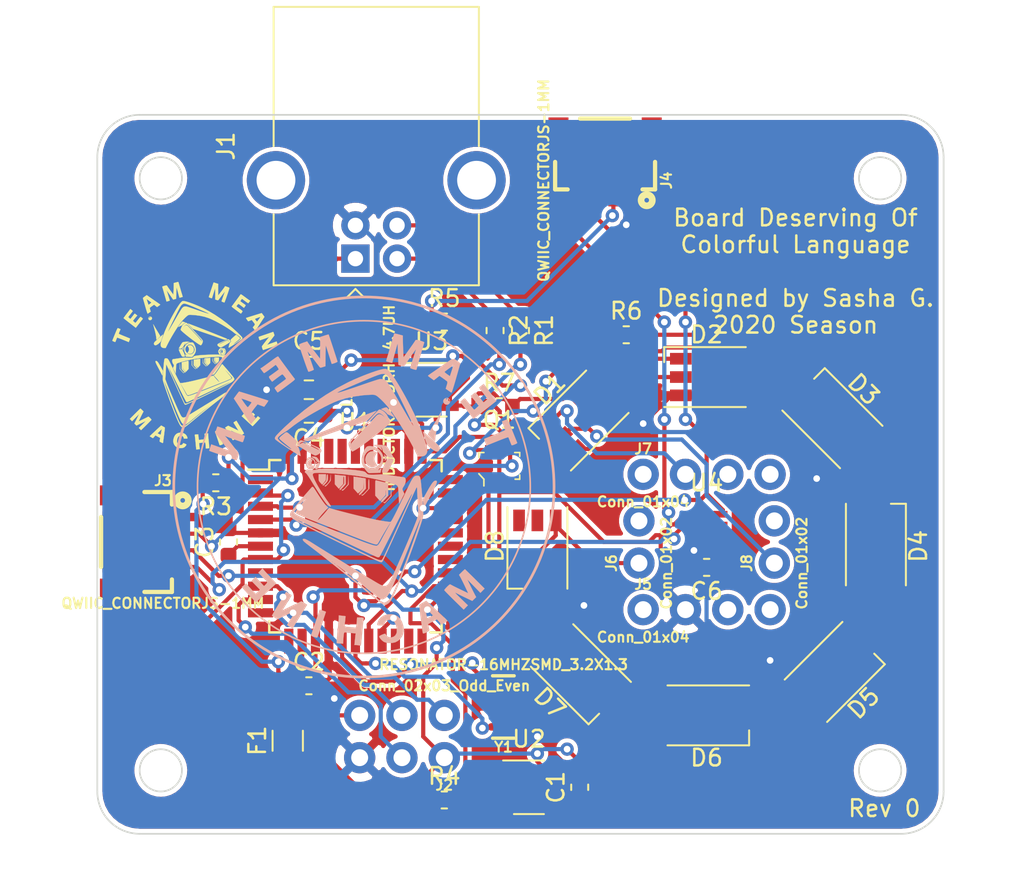
<source format=kicad_pcb>
(kicad_pcb (version 20171130) (host pcbnew "(5.1.2)-2")
  (layers (0 F.Cu signal) (31 B.Cu signal) (34 B.Paste user) (35 F.Paste user) (36 B.SilkS user hide) (37 F.SilkS user hide) (38 B.Mask user) (39 F.Mask user) (44 Edge.Cuts user))
  (net 0 "")
  (net 1 3.3V)
  (net 2 GND)
  (net 3 "Net-(C3-Pad1)")
  (net 4 5V)
  (net 5 "Net-(D1-Pad6)")
  (net 6 "Net-(D1-Pad5)")
  (net 7 LED_5V_CLOCK)
  (net 8 LED_5V_DATA)
  (net 9 "Net-(D2-Pad6)")
  (net 10 "Net-(D2-Pad5)")
  (net 11 "Net-(D3-Pad6)")
  (net 12 "Net-(D3-Pad5)")
  (net 13 "Net-(D4-Pad6)")
  (net 14 "Net-(D4-Pad5)")
  (net 15 "Net-(D5-Pad6)")
  (net 16 "Net-(D5-Pad5)")
  (net 17 "Net-(D6-Pad6)")
  (net 18 "Net-(D6-Pad5)")
  (net 19 "Net-(D7-Pad6)")
  (net 20 "Net-(D7-Pad5)")
  (net 21 "Net-(F1-Pad2)")
  (net 22 UVCC)
  (net 23 "Net-(J1-Pad3)")
  (net 24 "Net-(J1-Pad2)")
  (net 25 RESET)
  (net 26 MOSI)
  (net 27 SCK)
  (net 28 MISO)
  (net 29 SCL)
  (net 30 SDA)
  (net 31 LED_3.3V_DATA)
  (net 32 LED_3.3V_CLOCK)
  (net 33 D+)
  (net 34 D-)
  (net 35 "Net-(U1-Pad17)")
  (net 36 "Net-(U1-Pad16)")
  (net 37 "Net-(L1-Pad1)")
  (net 38 "Net-(J1-Pad5)")
  (module Custom:logo_with_border (layer B.Cu) (at 143.002 98.552 180)
    (fp_text reference G*** hide)
    (fp_text value LOGO hide)
  )
  (module Custom:logo_sm (layer F.Cu) (at 132.842 91.186)
    (fp_text reference G*** hide)
    (fp_text value LOGO hide)
  )
  (module Connector_USB:USB_B_OST_USB-B1HSxx_Horizontal (layer F.Cu) (at 142.494 84.836 90)
    (fp_text reference J1 (at 6.76 -7.77 90) (layer F.SilkS))
    (fp_text value USB_B)
    (pad 5 thru_hole circle (at 4.71 7.27 90) (size 3.5 3.5) (drill 2.33) (layers *.Cu *.Mask) (net 38 "Net-(J1-Pad5)"))
    (pad 5 thru_hole circle (at 4.71 -4.77 90) (size 3.5 3.5) (drill 2.33) (layers *.Cu *.Mask) (net 38 "Net-(J1-Pad5)"))
    (pad 4 thru_hole circle (at 2 0 90) (size 1.7 1.7) (drill 0.92) (layers *.Cu *.Mask) (net 2 GND))
    (pad 3 thru_hole circle (at 2 2.5 90) (size 1.7 1.7) (drill 0.92) (layers *.Cu *.Mask) (net 23 "Net-(J1-Pad3)"))
    (pad 2 thru_hole circle (at 0 2.5 90) (size 1.7 1.7) (drill 0.92) (layers *.Cu *.Mask) (net 24 "Net-(J1-Pad2)"))
    (pad 1 thru_hole rect (at 0 0 90) (size 1.7 1.7) (drill 0.92) (layers *.Cu *.Mask) (net 22 UVCC))
  )
  (module Custom:RESONATOR-SMD-3.2X1.3_UNRESTRICTED (layer F.Cu) (at 151.384 111.76 90)
    (fp_text reference Y1 (at -2.413 0) (layer F.SilkS) (effects (font (size 0.6096 0.6096) (thickness 0.127))))
    (fp_text value RESONATOR-16MHZSMD_3.2X1.3 (at 2.54 0) (layer F.SilkS) (effects (font (size 0.6096 0.6096) (thickness 0.127))))
    (pad 3 smd oval (at 1.19888 0 90) (size 0.44958 1.905) (layers F.Cu F.Paste F.Mask) (net 36 "Net-(U1-Pad16)"))
    (pad 2 smd oval (at 0 0 90) (size 0.44958 1.905) (layers F.Cu F.Paste F.Mask) (net 2 GND))
    (pad 1 smd oval (at -1.19888 0 90) (size 0.44958 1.905) (layers F.Cu F.Paste F.Mask) (net 35 "Net-(U1-Pad17)"))
  )
  (module Resistor_SMD:R_0603_1608Metric (layer F.Cu) (at 151.13 93.726)
    (fp_text reference R7 (at 0 -1.43) (layer F.SilkS))
    (fp_text value 4.7KOHM-0603-1_10W-1%)
    (pad 2 smd roundrect (at 0.7875 0) (size 0.875 0.95) (layers F.Cu F.Paste F.Mask) (net 4 5V))
    (pad 1 smd roundrect (at -0.7875 0) (size 0.875 0.95) (layers F.Cu F.Paste F.Mask) (net 7 LED_5V_CLOCK))
  )
  (module Resistor_SMD:R_0603_1608Metric (layer F.Cu) (at 158.75 89.408)
    (fp_text reference R6 (at 0 -1.43) (layer F.SilkS))
    (fp_text value 4.7KOHM-0603-1_10W-1%)
    (pad 2 smd roundrect (at 0.7875 0) (size 0.875 0.95) (layers F.Cu F.Paste F.Mask) (net 4 5V))
    (pad 1 smd roundrect (at -0.7875 0) (size 0.875 0.95) (layers F.Cu F.Paste F.Mask) (net 8 LED_5V_DATA))
  )
  (module Capacitor_SMD:C_0805_2012Metric (layer F.Cu) (at 139.7 93.98 180)
    (fp_text reference C4 (at 0 -1.65) (layer F.SilkS))
    (fp_text value 10UF-0805-10V-10%)
    (pad 2 smd roundrect (at 0.9375 0 180) (size 0.975 1.4) (layers F.Cu F.Paste F.Mask) (net 2 GND))
    (pad 1 smd roundrect (at -0.9375 0 180) (size 0.975 1.4) (layers F.Cu F.Paste F.Mask) (net 1 3.3V))
  )
  (module Resistor_SMD:R_0603_1608Metric (layer F.Cu) (at 134.112 98.298 180)
    (fp_text reference R3 (at 0 -1.43) (layer F.SilkS))
    (fp_text value 10KOHM-0603-1_10W-1%)
    (pad 2 smd roundrect (at 0.7875 0 180) (size 0.875 0.95) (layers F.Cu F.Paste F.Mask) (net 25 RESET))
    (pad 1 smd roundrect (at -0.7875 0 180) (size 0.875 0.95) (layers F.Cu F.Paste F.Mask) (net 1 3.3V))
  )
  (module Capacitor_SMD:C_0603_1608Metric (layer F.Cu) (at 139.7 110.49)
    (fp_text reference C2 (at 0 -1.43) (layer F.SilkS))
    (fp_text value 0.1UF-0603-25V-5%)
    (pad 2 smd roundrect (at 0.7875 0) (size 0.875 0.95) (layers F.Cu F.Paste F.Mask) (net 2 GND))
    (pad 1 smd roundrect (at -0.7875 0) (size 0.875 0.95) (layers F.Cu F.Paste F.Mask) (net 1 3.3V))
  )
  (module Coils:0805 (layer F.Cu) (at 143.256 93.218 90)
    (fp_text reference L1 (at 0 -1.27 90) (layer F.SilkS) (effects (font (size 0.6096 0.6096) (thickness 0.127))))
    (fp_text value INDUCTOR-CDRH-4.7UH (at 0 1.27 90) (layer F.SilkS) (effects (font (size 0.6096 0.6096) (thickness 0.127))))
    (pad 2 smd rect (at 0.89916 0 90) (size 0.79756 1.19888) (layers F.Cu F.Paste F.Mask) (net 1 3.3V))
    (pad 1 smd rect (at -0.89916 0 90) (size 0.79756 1.19888) (layers F.Cu F.Paste F.Mask) (net 37 "Net-(L1-Pad1)"))
  )
  (module Custom:TCS34725 (layer F.Cu) (at 163.576 100.838)
    (fp_text reference U4 (at 0 -2.54) (layer F.SilkS))
    (fp_text value TCS34725)
    (pad "" smd circle (at 0.45 -0.65) (size 0.4 0.4) (layers F.Cu F.Paste F.Mask))
    (pad "" smd circle (at 0.45 0.65) (size 0.4 0.4) (layers F.Cu F.Paste F.Mask))
    (pad "" smd circle (at 0.45 0) (size 0.4 0.4) (layers F.Cu F.Paste F.Mask))
    (pad 6 smd rect (at 0.85 -0.65) (size 0.8 0.4) (layers F.Cu F.Paste F.Mask) (net 30 SDA))
    (pad 4 smd rect (at 0.85 0.65) (size 0.8 0.4) (layers F.Cu F.Paste F.Mask))
    (pad 5 smd rect (at 0.85 0) (size 0.8 0.4) (layers F.Cu F.Paste F.Mask))
    (pad "" smd circle (at -0.45 0.65) (size 0.4 0.4) (layers F.Cu F.Paste F.Mask))
    (pad 3 smd rect (at -0.85 0.65) (size 0.8 0.4) (layers F.Cu F.Paste F.Mask) (net 2 GND))
    (pad "" smd circle (at -0.45 0) (size 0.4 0.4) (layers F.Cu F.Paste F.Mask))
    (pad 2 smd rect (at -0.85 0) (size 0.8 0.4) (layers F.Cu F.Paste F.Mask) (net 29 SCL))
    (pad 1 smd rect (at -0.75 -0.65) (size 1 0.4) (layers F.Cu F.Paste F.Mask) (net 1 3.3V))
  )
  (module Package_TO_SOT_SMD:SOT-23-5 (layer F.Cu) (at 147.066 92.71)
    (fp_text reference U3 (at 0 -2.9) (layer F.SilkS))
    (fp_text value XC9142)
    (pad 5 smd rect (at 1.1 -0.95) (size 1.06 0.65) (layers F.Cu F.Paste F.Mask) (net 37 "Net-(L1-Pad1)"))
    (pad 4 smd rect (at 1.1 0.95) (size 1.06 0.65) (layers F.Cu F.Paste F.Mask) (net 4 5V))
    (pad 3 smd rect (at -1.1 0.95) (size 1.06 0.65) (layers F.Cu F.Paste F.Mask) (net 1 3.3V))
    (pad 2 smd rect (at -1.1 0) (size 1.06 0.65) (layers F.Cu F.Paste F.Mask) (net 2 GND))
    (pad 1 smd rect (at -1.1 -0.95) (size 1.06 0.65) (layers F.Cu F.Paste F.Mask) (net 1 3.3V))
  )
  (module Package_TO_SOT_SMD:SOT-23-5 (layer F.Cu) (at 152.908 116.586)
    (fp_text reference U2 (at 0 -2.9) (layer F.SilkS))
    (fp_text value MIC5219-3.3YM5)
    (pad 5 smd rect (at 1.1 -0.95) (size 1.06 0.65) (layers F.Cu F.Paste F.Mask) (net 1 3.3V))
    (pad 4 smd rect (at 1.1 0.95) (size 1.06 0.65) (layers F.Cu F.Paste F.Mask))
    (pad 3 smd rect (at -1.1 0.95) (size 1.06 0.65) (layers F.Cu F.Paste F.Mask) (net 21 "Net-(F1-Pad2)"))
    (pad 2 smd rect (at -1.1 0) (size 1.06 0.65) (layers F.Cu F.Paste F.Mask) (net 2 GND))
    (pad 1 smd rect (at -1.1 -0.95) (size 1.06 0.65) (layers F.Cu F.Paste F.Mask) (net 21 "Net-(F1-Pad2)"))
  )
  (module Package_QFP:TQFP-44_10x10mm_P0.8mm (layer F.Cu) (at 142.494 102.108)
    (fp_text reference U1 (at 0 -7.45) (layer F.SilkS))
    (fp_text value ATMEGA32U4)
    (pad 44 smd rect (at -4 -5.7 90) (size 1.5 0.55) (layers F.Cu F.Paste F.Mask) (net 1 3.3V))
    (pad 43 smd rect (at -3.2 -5.7 90) (size 1.5 0.55) (layers F.Cu F.Paste F.Mask) (net 2 GND))
    (pad 42 smd rect (at -2.4 -5.7 90) (size 1.5 0.55) (layers F.Cu F.Paste F.Mask))
    (pad 41 smd rect (at -1.6 -5.7 90) (size 1.5 0.55) (layers F.Cu F.Paste F.Mask))
    (pad 40 smd rect (at -0.8 -5.7 90) (size 1.5 0.55) (layers F.Cu F.Paste F.Mask))
    (pad 39 smd rect (at 0 -5.7 90) (size 1.5 0.55) (layers F.Cu F.Paste F.Mask))
    (pad 38 smd rect (at 0.8 -5.7 90) (size 1.5 0.55) (layers F.Cu F.Paste F.Mask))
    (pad 37 smd rect (at 1.6 -5.7 90) (size 1.5 0.55) (layers F.Cu F.Paste F.Mask))
    (pad 36 smd rect (at 2.4 -5.7 90) (size 1.5 0.55) (layers F.Cu F.Paste F.Mask))
    (pad 35 smd rect (at 3.2 -5.7 90) (size 1.5 0.55) (layers F.Cu F.Paste F.Mask) (net 2 GND))
    (pad 34 smd rect (at 4 -5.7 90) (size 1.5 0.55) (layers F.Cu F.Paste F.Mask) (net 1 3.3V))
    (pad 33 smd rect (at 5.7 -4) (size 1.5 0.55) (layers F.Cu F.Paste F.Mask))
    (pad 32 smd rect (at 5.7 -3.2) (size 1.5 0.55) (layers F.Cu F.Paste F.Mask))
    (pad 31 smd rect (at 5.7 -2.4) (size 1.5 0.55) (layers F.Cu F.Paste F.Mask) (net 32 LED_3.3V_CLOCK))
    (pad 30 smd rect (at 5.7 -1.6) (size 1.5 0.55) (layers F.Cu F.Paste F.Mask))
    (pad 29 smd rect (at 5.7 -0.8) (size 1.5 0.55) (layers F.Cu F.Paste F.Mask))
    (pad 28 smd rect (at 5.7 0) (size 1.5 0.55) (layers F.Cu F.Paste F.Mask))
    (pad 27 smd rect (at 5.7 0.8) (size 1.5 0.55) (layers F.Cu F.Paste F.Mask))
    (pad 26 smd rect (at 5.7 1.6) (size 1.5 0.55) (layers F.Cu F.Paste F.Mask))
    (pad 25 smd rect (at 5.7 2.4) (size 1.5 0.55) (layers F.Cu F.Paste F.Mask) (net 31 LED_3.3V_DATA))
    (pad 24 smd rect (at 5.7 3.2) (size 1.5 0.55) (layers F.Cu F.Paste F.Mask) (net 1 3.3V))
    (pad 23 smd rect (at 5.7 4) (size 1.5 0.55) (layers F.Cu F.Paste F.Mask) (net 2 GND))
    (pad 22 smd rect (at 4 5.7 90) (size 1.5 0.55) (layers F.Cu F.Paste F.Mask))
    (pad 21 smd rect (at 3.2 5.7 90) (size 1.5 0.55) (layers F.Cu F.Paste F.Mask))
    (pad 20 smd rect (at 2.4 5.7 90) (size 1.5 0.55) (layers F.Cu F.Paste F.Mask))
    (pad 19 smd rect (at 1.6 5.7 90) (size 1.5 0.55) (layers F.Cu F.Paste F.Mask) (net 30 SDA))
    (pad 18 smd rect (at 0.8 5.7 90) (size 1.5 0.55) (layers F.Cu F.Paste F.Mask) (net 29 SCL))
    (pad 17 smd rect (at 0 5.7 90) (size 1.5 0.55) (layers F.Cu F.Paste F.Mask) (net 35 "Net-(U1-Pad17)"))
    (pad 16 smd rect (at -0.8 5.7 90) (size 1.5 0.55) (layers F.Cu F.Paste F.Mask) (net 36 "Net-(U1-Pad16)"))
    (pad 15 smd rect (at -1.6 5.7 90) (size 1.5 0.55) (layers F.Cu F.Paste F.Mask) (net 2 GND))
    (pad 14 smd rect (at -2.4 5.7 90) (size 1.5 0.55) (layers F.Cu F.Paste F.Mask) (net 1 3.3V))
    (pad 13 smd rect (at -3.2 5.7 90) (size 1.5 0.55) (layers F.Cu F.Paste F.Mask) (net 25 RESET))
    (pad 12 smd rect (at -4 5.7 90) (size 1.5 0.55) (layers F.Cu F.Paste F.Mask))
    (pad 11 smd rect (at -5.7 4) (size 1.5 0.55) (layers F.Cu F.Paste F.Mask) (net 28 MISO))
    (pad 10 smd rect (at -5.7 3.2) (size 1.5 0.55) (layers F.Cu F.Paste F.Mask) (net 26 MOSI))
    (pad 9 smd rect (at -5.7 2.4) (size 1.5 0.55) (layers F.Cu F.Paste F.Mask) (net 27 SCK))
    (pad 8 smd rect (at -5.7 1.6) (size 1.5 0.55) (layers F.Cu F.Paste F.Mask))
    (pad 7 smd rect (at -5.7 0.8) (size 1.5 0.55) (layers F.Cu F.Paste F.Mask) (net 22 UVCC))
    (pad 6 smd rect (at -5.7 0) (size 1.5 0.55) (layers F.Cu F.Paste F.Mask) (net 3 "Net-(C3-Pad1)"))
    (pad 5 smd rect (at -5.7 -0.8) (size 1.5 0.55) (layers F.Cu F.Paste F.Mask) (net 2 GND))
    (pad 4 smd rect (at -5.7 -1.6) (size 1.5 0.55) (layers F.Cu F.Paste F.Mask) (net 33 D+))
    (pad 3 smd rect (at -5.7 -2.4) (size 1.5 0.55) (layers F.Cu F.Paste F.Mask) (net 34 D-))
    (pad 2 smd rect (at -5.7 -3.2) (size 1.5 0.55) (layers F.Cu F.Paste F.Mask) (net 22 UVCC))
    (pad 1 smd rect (at -5.7 -4) (size 1.5 0.55) (layers F.Cu F.Paste F.Mask))
  )
  (module Resistor_SMD:R_0603_1608Metric (layer F.Cu) (at 147.828 88.646)
    (fp_text reference R5 (at 0 -1.43) (layer F.SilkS))
    (fp_text value 4.7KOHM-0603-1_10W-1%)
    (pad 2 smd roundrect (at 0.7875 0) (size 0.875 0.95) (layers F.Cu F.Paste F.Mask) (net 32 LED_3.3V_CLOCK))
    (pad 1 smd roundrect (at -0.7875 0) (size 0.875 0.95) (layers F.Cu F.Paste F.Mask) (net 1 3.3V))
  )
  (module Resistor_SMD:R_0603_1608Metric (layer F.Cu) (at 147.828 117.348)
    (fp_text reference R4 (at 0 -1.43) (layer F.SilkS))
    (fp_text value 4.7KOHM-0603-1_10W-1%)
    (pad 2 smd roundrect (at 0.7875 0) (size 0.875 0.95) (layers F.Cu F.Paste F.Mask) (net 31 LED_3.3V_DATA))
    (pad 1 smd roundrect (at -0.7875 0) (size 0.875 0.95) (layers F.Cu F.Paste F.Mask) (net 1 3.3V))
  )
  (module Resistor_SMD:R_0603_1608Metric (layer F.Cu) (at 150.876 89.154 270)
    (fp_text reference R2 (at 0 -1.43 90) (layer F.SilkS))
    (fp_text value 220KOHM-0603-1_10W-1%)
    (pad 2 smd roundrect (at 0.7875 0 270) (size 0.875 0.95) (layers F.Cu F.Paste F.Mask) (net 34 D-))
    (pad 1 smd roundrect (at -0.7875 0 270) (size 0.875 0.95) (layers F.Cu F.Paste F.Mask) (net 24 "Net-(J1-Pad2)"))
  )
  (module Resistor_SMD:R_0603_1608Metric (layer F.Cu) (at 152.4 89.154 270)
    (fp_text reference R1 (at 0 -1.43 90) (layer F.SilkS))
    (fp_text value 220KOHM-0603-1_10W-1%)
    (pad 2 smd roundrect (at 0.7875 0 270) (size 0.875 0.95) (layers F.Cu F.Paste F.Mask) (net 33 D+))
    (pad 1 smd roundrect (at -0.7875 0 270) (size 0.875 0.95) (layers F.Cu F.Paste F.Mask) (net 23 "Net-(J1-Pad3)"))
  )
  (module digikey-footprints:SOT-363 (layer F.Cu) (at 151.13 97.282)
    (fp_text reference Q1 (at 0 -2.75) (layer F.SilkS))
    (fp_text value BSS138DW-7-F)
    (pad 3 smd rect (at 0.65 0.95) (size 0.42 0.6) (layers F.Cu F.Paste F.Mask) (net 7 LED_5V_CLOCK))
    (pad 2 smd rect (at 0 0.95) (size 0.42 0.6) (layers F.Cu F.Paste F.Mask) (net 1 3.3V))
    (pad 1 smd rect (at -0.65 0.95) (size 0.42 0.6) (layers F.Cu F.Paste F.Mask) (net 31 LED_3.3V_DATA))
    (pad 4 smd rect (at 0.65 -0.95) (size 0.42 0.6) (layers F.Cu F.Paste F.Mask) (net 32 LED_3.3V_CLOCK))
    (pad 5 smd rect (at 0 -0.95) (size 0.42 0.6) (layers F.Cu F.Paste F.Mask) (net 1 3.3V))
    (pad 6 smd rect (at -0.65 -0.95) (size 0.42 0.6) (layers F.Cu F.Paste F.Mask) (net 8 LED_5V_DATA))
  )
  (module Custom:1X02_ACTUAL_SIZE (layer F.Cu) (at 167.64 103.124 90)
    (fp_text reference J8 (at 0 -1.651 90) (layer F.SilkS) (effects (font (size 0.6096 0.6096) (thickness 0.127))))
    (fp_text value Conn_01x02 (at 0 1.651 90) (layer F.SilkS) (effects (font (size 0.6096 0.6096) (thickness 0.127))))
    (pad 2 thru_hole circle (at 2.54 0 90) (size 1.8796 1.8796) (drill 1.016) (layers *.Cu *.Mask))
    (pad 1 thru_hole circle (at 0 0 90) (size 1.8796 1.8796) (drill 1.016) (layers *.Cu *.Mask) (net 7 LED_5V_CLOCK))
  )
  (module Custom:1X04_ACTUAL_SIZE (layer F.Cu) (at 159.766 97.79)
    (fp_text reference J7 (at 0 -1.524) (layer F.SilkS) (effects (font (size 0.6096 0.6096) (thickness 0.127))))
    (fp_text value Conn_01x04 (at 0 1.651) (layer F.SilkS) (effects (font (size 0.6096 0.6096) (thickness 0.127))))
    (pad 4 thru_hole circle (at 7.62 0) (size 1.8796 1.8796) (drill 1.016) (layers *.Cu *.Mask))
    (pad 3 thru_hole circle (at 5.08 0) (size 1.8796 1.8796) (drill 1.016) (layers *.Cu *.Mask))
    (pad 2 thru_hole circle (at 2.54 0) (size 1.8796 1.8796) (drill 1.016) (layers *.Cu *.Mask) (net 8 LED_5V_DATA))
    (pad 1 thru_hole circle (at 0 0) (size 1.8796 1.8796) (drill 1.016) (layers *.Cu *.Mask))
  )
  (module Custom:1X02_ACTUAL_SIZE (layer F.Cu) (at 159.512 103.124 90)
    (fp_text reference J6 (at 0 -1.651 90) (layer F.SilkS) (effects (font (size 0.6096 0.6096) (thickness 0.127))))
    (fp_text value Conn_01x02 (at 0 1.651 90) (layer F.SilkS) (effects (font (size 0.6096 0.6096) (thickness 0.127))))
    (pad 2 thru_hole circle (at 2.54 0 90) (size 1.8796 1.8796) (drill 1.016) (layers *.Cu *.Mask))
    (pad 1 thru_hole circle (at 0 0 90) (size 1.8796 1.8796) (drill 1.016) (layers *.Cu *.Mask) (net 4 5V))
  )
  (module Custom:1X04_ACTUAL_SIZE (layer F.Cu) (at 159.766 105.918)
    (fp_text reference J5 (at 0 -1.524) (layer F.SilkS) (effects (font (size 0.6096 0.6096) (thickness 0.127))))
    (fp_text value Conn_01x04 (at 0 1.651) (layer F.SilkS) (effects (font (size 0.6096 0.6096) (thickness 0.127))))
    (pad 4 thru_hole circle (at 7.62 0) (size 1.8796 1.8796) (drill 1.016) (layers *.Cu *.Mask))
    (pad 3 thru_hole circle (at 5.08 0) (size 1.8796 1.8796) (drill 1.016) (layers *.Cu *.Mask))
    (pad 2 thru_hole circle (at 2.54 0) (size 1.8796 1.8796) (drill 1.016) (layers *.Cu *.Mask) (net 2 GND))
    (pad 1 thru_hole circle (at 0 0) (size 1.8796 1.8796) (drill 1.016) (layers *.Cu *.Mask))
  )
  (module Connectors:1X04_1MM_RA (layer F.Cu) (at 157.48 81.026 180)
    (fp_text reference J4 (at -3.683 0.889 90) (layer F.SilkS) (effects (font (size 0.6096 0.6096) (thickness 0.127))))
    (fp_text value QWIIC_CONNECTORJS-1MM (at 3.683 0.889 90) (layer F.SilkS) (effects (font (size 0.6096 0.6096) (thickness 0.127))))
    (pad NC2 smd rect (at -2.79908 3.67284 180) (size 1.19888 1.99898) (layers F.Cu F.Paste F.Mask))
    (pad NC1 smd rect (at 2.79908 3.67284 180) (size 1.19888 1.99898) (layers F.Cu F.Paste F.Mask))
    (pad 4 smd rect (at 1.4986 0 180) (size 0.59944 1.34874) (layers F.Cu F.Paste F.Mask) (net 29 SCL))
    (pad 3 smd rect (at 0.49784 0 180) (size 0.59944 1.34874) (layers F.Cu F.Paste F.Mask) (net 30 SDA))
    (pad 2 smd rect (at -0.49784 0 180) (size 0.59944 1.34874) (layers F.Cu F.Paste F.Mask) (net 1 3.3V))
    (pad 1 smd rect (at -1.4986 0 180) (size 0.59944 1.34874) (layers F.Cu F.Paste F.Mask) (net 2 GND))
  )
  (module Connectors:1X04_1MM_RA (layer F.Cu) (at 131.826 101.854 270)
    (fp_text reference J3 (at -3.683 0.889) (layer F.SilkS) (effects (font (size 0.6096 0.6096) (thickness 0.127))))
    (fp_text value QWIIC_CONNECTORJS-1MM (at 3.683 0.889) (layer F.SilkS) (effects (font (size 0.6096 0.6096) (thickness 0.127))))
    (pad NC2 smd rect (at -2.79908 3.67284 270) (size 1.19888 1.99898) (layers F.Cu F.Paste F.Mask))
    (pad NC1 smd rect (at 2.79908 3.67284 270) (size 1.19888 1.99898) (layers F.Cu F.Paste F.Mask))
    (pad 4 smd rect (at 1.4986 0 270) (size 0.59944 1.34874) (layers F.Cu F.Paste F.Mask) (net 29 SCL))
    (pad 3 smd rect (at 0.49784 0 270) (size 0.59944 1.34874) (layers F.Cu F.Paste F.Mask) (net 30 SDA))
    (pad 2 smd rect (at -0.49784 0 270) (size 0.59944 1.34874) (layers F.Cu F.Paste F.Mask) (net 1 3.3V))
    (pad 1 smd rect (at -1.4986 0 270) (size 0.59944 1.34874) (layers F.Cu F.Paste F.Mask) (net 2 GND))
  )
  (module Connectors:2X3-NS (layer F.Cu) (at 145.288 113.538 180)
    (fp_text reference J2 (at -2.54 -2.921) (layer F.SilkS) (effects (font (size 0.6096 0.6096) (thickness 0.127))))
    (fp_text value Conn_02x03_Odd_Even (at -2.54 3.048) (layer F.SilkS) (effects (font (size 0.6096 0.6096) (thickness 0.127))))
    (pad 6 thru_hole circle (at 2.54 -1.27 180) (size 1.8796 1.8796) (drill 1.016) (layers *.Cu *.Mask) (net 2 GND))
    (pad 5 thru_hole circle (at 2.54 1.27 180) (size 1.8796 1.8796) (drill 1.016) (layers *.Cu *.Mask) (net 25 RESET))
    (pad 4 thru_hole circle (at 0 -1.27 180) (size 1.8796 1.8796) (drill 1.016) (layers *.Cu *.Mask) (net 26 MOSI))
    (pad 3 thru_hole circle (at 0 1.27 180) (size 1.8796 1.8796) (drill 1.016) (layers *.Cu *.Mask) (net 27 SCK))
    (pad 2 thru_hole circle (at -2.54 -1.27 180) (size 1.8796 1.8796) (drill 1.016) (layers *.Cu *.Mask) (net 1 3.3V))
    (pad 1 thru_hole circle (at -2.54 1.27 180) (size 1.8796 1.8796) (drill 1.016) (layers *.Cu *.Mask) (net 28 MISO))
  )
  (module Fuse:Fuse_1206_3216Metric (layer F.Cu) (at 138.43 113.792 90)
    (fp_text reference F1 (at 0 -1.82 90) (layer F.SilkS))
    (fp_text value PPTC_HALF-AMP)
    (pad 2 smd roundrect (at 1.4 0 90) (size 1.25 1.75) (layers F.Cu F.Paste F.Mask) (roundrect_rratio 0.2) (net 21 "Net-(F1-Pad2)"))
    (pad 1 smd roundrect (at -1.4 0 90) (size 1.25 1.75) (layers F.Cu F.Paste F.Mask) (roundrect_rratio 0.2) (net 22 UVCC))
  )
  (module LED_SMD:LED_RGB_PLCC-6 (layer F.Cu) (at 153.416 102.108 90)
    (fp_text reference D8 (at 0 -2.55 270) (layer F.SilkS))
    (fp_text value APA102)
    (pad 6 smd rect (at 1.55 -1.1 180) (size 0.7 1.3) (layers F.Cu F.Paste F.Mask))
    (pad 5 smd rect (at 1.55 0 180) (size 0.7 1.3) (layers F.Cu F.Paste F.Mask))
    (pad 4 smd rect (at 1.55 1.1 180) (size 0.7 1.3) (layers F.Cu F.Paste F.Mask) (net 4 5V))
    (pad 3 smd rect (at -1.55 1.1 180) (size 0.7 1.3) (layers F.Cu F.Paste F.Mask) (net 2 GND))
    (pad 2 smd rect (at -1.55 0 180) (size 0.7 1.3) (layers F.Cu F.Paste F.Mask) (net 20 "Net-(D7-Pad5)"))
    (pad 1 smd rect (at -1.55 -1.1 180) (size 0.7 1.3) (layers F.Cu F.Paste F.Mask) (net 19 "Net-(D7-Pad6)"))
  )
  (module LED_SMD:LED_RGB_PLCC-6 (layer F.Cu) (at 155.956 109.728 135)
    (fp_text reference D7 (at 0 -2.55 315) (layer F.SilkS))
    (fp_text value APA102)
    (pad 6 smd rect (at 1.55 -1.1 225) (size 0.7 1.3) (layers F.Cu F.Paste F.Mask) (net 19 "Net-(D7-Pad6)"))
    (pad 5 smd rect (at 1.55 0 225) (size 0.7 1.3) (layers F.Cu F.Paste F.Mask) (net 20 "Net-(D7-Pad5)"))
    (pad 4 smd rect (at 1.55 1.1 225) (size 0.7 1.3) (layers F.Cu F.Paste F.Mask) (net 4 5V))
    (pad 3 smd rect (at -1.55 1.1 225) (size 0.7 1.3) (layers F.Cu F.Paste F.Mask) (net 2 GND))
    (pad 2 smd rect (at -1.55 0 225) (size 0.7 1.3) (layers F.Cu F.Paste F.Mask) (net 18 "Net-(D6-Pad5)"))
    (pad 1 smd rect (at -1.55 -1.1 225) (size 0.7 1.3) (layers F.Cu F.Paste F.Mask) (net 17 "Net-(D6-Pad6)"))
  )
  (module LED_SMD:LED_RGB_PLCC-6 (layer F.Cu) (at 163.576 112.268 180)
    (fp_text reference D6 (at 0 -2.55 180) (layer F.SilkS))
    (fp_text value APA102)
    (pad 6 smd rect (at 1.55 -1.1 270) (size 0.7 1.3) (layers F.Cu F.Paste F.Mask) (net 17 "Net-(D6-Pad6)"))
    (pad 5 smd rect (at 1.55 0 270) (size 0.7 1.3) (layers F.Cu F.Paste F.Mask) (net 18 "Net-(D6-Pad5)"))
    (pad 4 smd rect (at 1.55 1.1 270) (size 0.7 1.3) (layers F.Cu F.Paste F.Mask) (net 4 5V))
    (pad 3 smd rect (at -1.55 1.1 270) (size 0.7 1.3) (layers F.Cu F.Paste F.Mask) (net 2 GND))
    (pad 2 smd rect (at -1.55 0 270) (size 0.7 1.3) (layers F.Cu F.Paste F.Mask) (net 16 "Net-(D5-Pad5)"))
    (pad 1 smd rect (at -1.55 -1.1 270) (size 0.7 1.3) (layers F.Cu F.Paste F.Mask) (net 15 "Net-(D5-Pad6)"))
  )
  (module LED_SMD:LED_RGB_PLCC-6 (layer F.Cu) (at 171.196 109.728 225)
    (fp_text reference D5 (at 0 -2.55 225) (layer F.SilkS))
    (fp_text value APA102)
    (pad 6 smd rect (at 1.55 -1.1 315) (size 0.7 1.3) (layers F.Cu F.Paste F.Mask) (net 15 "Net-(D5-Pad6)"))
    (pad 5 smd rect (at 1.55 0 315) (size 0.7 1.3) (layers F.Cu F.Paste F.Mask) (net 16 "Net-(D5-Pad5)"))
    (pad 4 smd rect (at 1.55 1.1 315) (size 0.7 1.3) (layers F.Cu F.Paste F.Mask) (net 4 5V))
    (pad 3 smd rect (at -1.55 1.1 315) (size 0.7 1.3) (layers F.Cu F.Paste F.Mask) (net 2 GND))
    (pad 2 smd rect (at -1.55 0 315) (size 0.7 1.3) (layers F.Cu F.Paste F.Mask) (net 14 "Net-(D4-Pad5)"))
    (pad 1 smd rect (at -1.55 -1.1 315) (size 0.7 1.3) (layers F.Cu F.Paste F.Mask) (net 13 "Net-(D4-Pad6)"))
  )
  (module LED_SMD:LED_RGB_PLCC-6 (layer F.Cu) (at 173.736 102.108 270)
    (fp_text reference D4 (at 0 -2.55 270) (layer F.SilkS))
    (fp_text value APA102)
    (pad 6 smd rect (at 1.55 -1.1) (size 0.7 1.3) (layers F.Cu F.Paste F.Mask) (net 13 "Net-(D4-Pad6)"))
    (pad 5 smd rect (at 1.55 0) (size 0.7 1.3) (layers F.Cu F.Paste F.Mask) (net 14 "Net-(D4-Pad5)"))
    (pad 4 smd rect (at 1.55 1.1) (size 0.7 1.3) (layers F.Cu F.Paste F.Mask) (net 4 5V))
    (pad 3 smd rect (at -1.55 1.1) (size 0.7 1.3) (layers F.Cu F.Paste F.Mask) (net 2 GND))
    (pad 2 smd rect (at -1.55 0) (size 0.7 1.3) (layers F.Cu F.Paste F.Mask) (net 12 "Net-(D3-Pad5)"))
    (pad 1 smd rect (at -1.55 -1.1) (size 0.7 1.3) (layers F.Cu F.Paste F.Mask) (net 11 "Net-(D3-Pad6)"))
  )
  (module LED_SMD:LED_RGB_PLCC-6 (layer F.Cu) (at 171.196 94.488 315)
    (fp_text reference D3 (at 0 -2.55 315) (layer F.SilkS))
    (fp_text value APA102)
    (pad 6 smd rect (at 1.55 -1.1 45) (size 0.7 1.3) (layers F.Cu F.Paste F.Mask) (net 11 "Net-(D3-Pad6)"))
    (pad 5 smd rect (at 1.55 0 45) (size 0.7 1.3) (layers F.Cu F.Paste F.Mask) (net 12 "Net-(D3-Pad5)"))
    (pad 4 smd rect (at 1.55 1.1 45) (size 0.7 1.3) (layers F.Cu F.Paste F.Mask) (net 4 5V))
    (pad 3 smd rect (at -1.55 1.1 45) (size 0.7 1.3) (layers F.Cu F.Paste F.Mask) (net 2 GND))
    (pad 2 smd rect (at -1.55 0 45) (size 0.7 1.3) (layers F.Cu F.Paste F.Mask) (net 10 "Net-(D2-Pad5)"))
    (pad 1 smd rect (at -1.55 -1.1 45) (size 0.7 1.3) (layers F.Cu F.Paste F.Mask) (net 9 "Net-(D2-Pad6)"))
  )
  (module LED_SMD:LED_RGB_PLCC-6 (layer F.Cu) (at 163.576 91.948)
    (fp_text reference D2 (at 0 -2.55 180) (layer F.SilkS))
    (fp_text value APA102)
    (pad 6 smd rect (at 1.55 -1.1 90) (size 0.7 1.3) (layers F.Cu F.Paste F.Mask) (net 9 "Net-(D2-Pad6)"))
    (pad 5 smd rect (at 1.55 0 90) (size 0.7 1.3) (layers F.Cu F.Paste F.Mask) (net 10 "Net-(D2-Pad5)"))
    (pad 4 smd rect (at 1.55 1.1 90) (size 0.7 1.3) (layers F.Cu F.Paste F.Mask) (net 4 5V))
    (pad 3 smd rect (at -1.55 1.1 90) (size 0.7 1.3) (layers F.Cu F.Paste F.Mask) (net 2 GND))
    (pad 2 smd rect (at -1.55 0 90) (size 0.7 1.3) (layers F.Cu F.Paste F.Mask) (net 6 "Net-(D1-Pad5)"))
    (pad 1 smd rect (at -1.55 -1.1 90) (size 0.7 1.3) (layers F.Cu F.Paste F.Mask) (net 5 "Net-(D1-Pad6)"))
  )
  (module LED_SMD:LED_RGB_PLCC-6 (layer F.Cu) (at 155.956 94.488 45)
    (fp_text reference D1 (at 0 -2.55 225) (layer F.SilkS))
    (fp_text value APA102)
    (pad 6 smd rect (at 1.55 -1.1 135) (size 0.7 1.3) (layers F.Cu F.Paste F.Mask) (net 5 "Net-(D1-Pad6)"))
    (pad 5 smd rect (at 1.55 0 135) (size 0.7 1.3) (layers F.Cu F.Paste F.Mask) (net 6 "Net-(D1-Pad5)"))
    (pad 4 smd rect (at 1.55 1.1 135) (size 0.7 1.3) (layers F.Cu F.Paste F.Mask) (net 4 5V))
    (pad 3 smd rect (at -1.55 1.1 135) (size 0.7 1.3) (layers F.Cu F.Paste F.Mask) (net 2 GND))
    (pad 2 smd rect (at -1.55 0 135) (size 0.7 1.3) (layers F.Cu F.Paste F.Mask) (net 7 LED_5V_CLOCK))
    (pad 1 smd rect (at -1.55 -1.1 135) (size 0.7 1.3) (layers F.Cu F.Paste F.Mask) (net 8 LED_5V_DATA))
  )
  (module Capacitor_SMD:C_0603_1608Metric (layer F.Cu) (at 163.576 103.378 180)
    (fp_text reference C6 (at 0 -1.43) (layer F.SilkS))
    (fp_text value 0.1UF-0603-25V-5%)
    (pad 2 smd roundrect (at 0.7875 0 180) (size 0.875 0.95) (layers F.Cu F.Paste F.Mask) (net 2 GND))
    (pad 1 smd roundrect (at -0.7875 0 180) (size 0.875 0.95) (layers F.Cu F.Paste F.Mask) (net 1 3.3V))
  )
  (module Capacitor_SMD:C_0805_2012Metric (layer F.Cu) (at 139.7 91.44)
    (fp_text reference C5 (at 0 -1.65) (layer F.SilkS))
    (fp_text value 10UF-0805-10V-10%)
    (pad 2 smd roundrect (at 0.9375 0) (size 0.975 1.4) (layers F.Cu F.Paste F.Mask) (net 4 5V))
    (pad 1 smd roundrect (at -0.9375 0) (size 0.975 1.4) (layers F.Cu F.Paste F.Mask) (net 2 GND))
  )
  (module Capacitor_SMD:C_0603_1608Metric (layer F.Cu) (at 134.874 101.854 90)
    (fp_text reference C3 (at 0 -1.43 90) (layer F.SilkS))
    (fp_text value 1.0UF-0603-16V-10%)
    (pad 2 smd roundrect (at 0.7875 0 90) (size 0.875 0.95) (layers F.Cu F.Paste F.Mask) (net 2 GND))
    (pad 1 smd roundrect (at -0.7875 0 90) (size 0.875 0.95) (layers F.Cu F.Paste F.Mask) (net 3 "Net-(C3-Pad1)"))
  )
  (module Capacitor_SMD:C_0603_1608Metric (layer F.Cu) (at 155.956 116.586 90)
    (fp_text reference C1 (at 0 -1.43 90) (layer F.SilkS))
    (fp_text value 1.0UF-0603-16V-10%)
    (pad 2 smd roundrect (at 0.7875 0 90) (size 0.875 0.95) (layers F.Cu F.Paste F.Mask) (net 1 3.3V))
    (pad 1 smd roundrect (at -0.7875 0 90) (size 0.875 0.95) (layers F.Cu F.Paste F.Mask) (net 2 GND))
  )
  (gr_arc (start 175.26 116.84) (end 175.26 119.38) (angle -90) (layer Edge.Cuts) (width 0.1))
  (gr_arc (start 129.54 116.84) (end 127 116.84) (angle -90) (layer Edge.Cuts) (width 0.1))
  (gr_arc (start 129.54 78.74) (end 129.54 76.2) (angle -90) (layer Edge.Cuts) (width 0.1))
  (gr_arc (start 175.26 78.74) (end 177.8 78.74) (angle -90) (layer Edge.Cuts) (width 0.1))
  (gr_text "Rev 0\n" (at 174.244 117.856) (layer F.SilkS) (effects (font (size 1 1))))
  (gr_text "Board Deserving Of\nColorful Language\n\nDesigned by Sasha G.\n2020 Season" (at 168.91 85.598) (layer F.SilkS) (effects (font (size 1 1))))
  (gr_circle (center 130.81 115.57) (end 132.08 115.57) (layer Edge.Cuts) (width 0.1))
  (gr_circle (center 173.99 115.57) (end 175.26 115.57) (layer Edge.Cuts) (width 0.1))
  (gr_circle (center 173.99 80.01) (end 175.26 80.01) (layer Edge.Cuts) (width 0.1))
  (gr_circle (center 130.81 80.01) (end 132.08 80.01) (layer Edge.Cuts) (width 0.1))
  (gr_line (start 127 116.84) (end 127 78.74) (layer Edge.Cuts) (width 0.1))
  (gr_line (start 175.26 119.38) (end 129.54 119.38) (layer Edge.Cuts) (width 0.1))
  (gr_line (start 177.8 78.74) (end 177.8 116.84) (layer Edge.Cuts) (width 0.1))
  (gr_line (start 129.54 76.2) (end 175.26 76.2) (layer Edge.Cuts) (width 0.1))
  (segment (start 160.818999 102.710001) (end 160.818999 101.445001) (width 0.25) (layer F.Cu) (net 1))
  (segment (start 162.287008 104.17801) (end 160.818999 102.710001) (width 0.25) (layer F.Cu) (net 1))
  (segment (start 163.56349 104.17801) (end 162.287008 104.17801) (width 0.25) (layer F.Cu) (net 1))
  (segment (start 164.3635 103.378) (end 163.56349 104.17801) (width 0.25) (layer F.Cu) (net 1))
  (segment (start 151.205001 98.857001) (end 151.13 98.782) (width 0.25) (layer F.Cu) (net 1))
  (segment (start 154.400003 98.857001) (end 151.205001 98.857001) (width 0.25) (layer F.Cu) (net 1))
  (segment (start 157.391803 101.848801) (end 154.400003 98.857001) (width 0.25) (layer F.Cu) (net 1))
  (segment (start 151.13 98.782) (end 151.13 98.232) (width 0.25) (layer F.Cu) (net 1))
  (segment (start 160.119105 101.848801) (end 157.391803 101.848801) (width 0.25) (layer F.Cu) (net 1))
  (segment (start 160.522905 101.445001) (end 160.119105 101.848801) (width 0.25) (layer F.Cu) (net 1))
  (segment (start 160.818999 101.445001) (end 160.522905 101.445001) (width 0.25) (layer F.Cu) (net 1))
  (segment (start 151.13 98.232) (end 151.13 96.332) (width 0.25) (layer F.Cu) (net 1))
  (segment (start 145.186 91.76) (end 145.966 91.76) (width 0.25) (layer F.Cu) (net 1))
  (segment (start 144.66428 91.76) (end 145.186 91.76) (width 0.25) (layer F.Cu) (net 1))
  (segment (start 144.10544 92.31884) (end 144.66428 91.76) (width 0.25) (layer F.Cu) (net 1))
  (segment (start 143.256 92.31884) (end 144.10544 92.31884) (width 0.25) (layer F.Cu) (net 1))
  (segment (start 142.29866 92.31884) (end 143.256 92.31884) (width 0.25) (layer F.Cu) (net 1))
  (segment (start 140.6375 93.98) (end 142.29866 92.31884) (width 0.25) (layer F.Cu) (net 1))
  (segment (start 145.966 89.7205) (end 146.578888 89.107612) (width 0.25) (layer F.Cu) (net 1))
  (segment (start 145.966 91.76) (end 145.966 89.7205) (width 0.25) (layer F.Cu) (net 1))
  (segment (start 146.578888 89.107612) (end 147.0405 88.646) (width 0.25) (layer F.Cu) (net 1))
  (segment (start 146.746 93.66) (end 145.966 93.66) (width 0.25) (layer F.Cu) (net 1))
  (segment (start 146.821001 93.584999) (end 146.746 93.66) (width 0.25) (layer F.Cu) (net 1))
  (segment (start 146.821001 91.835001) (end 146.821001 93.584999) (width 0.25) (layer F.Cu) (net 1))
  (segment (start 146.746 91.76) (end 146.821001 91.835001) (width 0.25) (layer F.Cu) (net 1))
  (segment (start 145.966 91.76) (end 146.746 91.76) (width 0.25) (layer F.Cu) (net 1))
  (segment (start 146.494 95.408) (end 146.494 96.408) (width 0.25) (layer F.Cu) (net 1))
  (segment (start 146.494 94.763) (end 146.494 95.408) (width 0.25) (layer F.Cu) (net 1))
  (segment (start 145.966 94.235) (end 146.494 94.763) (width 0.25) (layer F.Cu) (net 1))
  (segment (start 145.966 93.66) (end 145.966 94.235) (width 0.25) (layer F.Cu) (net 1))
  (via (at 157.917949 82.249299) (size 0.8) (drill 0.4) (layers F.Cu B.Cu) (net 1))
  (segment (start 157.97784 81.026) (end 157.97784 82.189408) (width 0.25) (layer F.Cu) (net 1))
  (segment (start 157.97784 82.189408) (end 157.917949 82.249299) (width 0.25) (layer F.Cu) (net 1))
  (via (at 147.066 87.376) (size 0.8) (drill 0.4) (layers F.Cu B.Cu) (net 1))
  (segment (start 157.917949 82.249299) (end 152.791248 87.376) (width 0.25) (layer B.Cu) (net 1))
  (segment (start 152.791248 87.376) (end 147.066 87.376) (width 0.25) (layer B.Cu) (net 1))
  (segment (start 147.066 88.6205) (end 147.0405 88.646) (width 0.25) (layer F.Cu) (net 1))
  (segment (start 147.066 87.376) (end 147.066 88.6205) (width 0.25) (layer F.Cu) (net 1))
  (segment (start 162.251004 100.188) (end 162.826 100.188) (width 0.25) (layer F.Cu) (net 1))
  (segment (start 161.638002 100.801002) (end 162.251004 100.188) (width 0.25) (layer F.Cu) (net 1))
  (segment (start 160.818999 101.445001) (end 161.462998 100.801002) (width 0.25) (layer F.Cu) (net 1))
  (segment (start 161.462998 100.801002) (end 161.638002 100.801002) (width 0.25) (layer F.Cu) (net 1))
  (segment (start 149.194 105.308) (end 148.194 105.308) (width 0.25) (layer F.Cu) (net 1))
  (segment (start 151.13 103.372) (end 149.194 105.308) (width 0.25) (layer F.Cu) (net 1))
  (segment (start 151.13 98.782) (end 151.13 103.372) (width 0.25) (layer F.Cu) (net 1))
  (segment (start 140.094 109.3085) (end 140.094 107.808) (width 0.25) (layer F.Cu) (net 1))
  (segment (start 138.9125 110.49) (end 140.094 109.3085) (width 0.25) (layer F.Cu) (net 1))
  (segment (start 147.0405 115.5955) (end 147.828 114.808) (width 0.25) (layer F.Cu) (net 1))
  (segment (start 147.0405 117.348) (end 147.0405 115.5955) (width 0.25) (layer F.Cu) (net 1))
  (via (at 155.198653 114.295347) (size 0.8) (drill 0.4) (layers F.Cu B.Cu) (net 1))
  (segment (start 155.956 115.7985) (end 155.956 115.052694) (width 0.25) (layer F.Cu) (net 1))
  (segment (start 155.956 115.052694) (end 155.198653 114.295347) (width 0.25) (layer F.Cu) (net 1))
  (via (at 153.416 114.563306) (size 0.8) (drill 0.4) (layers F.Cu B.Cu) (net 1))
  (segment (start 155.198653 114.295347) (end 153.683959 114.295347) (width 0.25) (layer B.Cu) (net 1))
  (segment (start 153.683959 114.295347) (end 153.416 114.563306) (width 0.25) (layer B.Cu) (net 1))
  (segment (start 153.416 115.044) (end 154.008 115.636) (width 0.25) (layer F.Cu) (net 1))
  (segment (start 153.416 114.563306) (end 153.416 115.044) (width 0.25) (layer F.Cu) (net 1))
  (segment (start 148.072694 114.563306) (end 147.828 114.808) (width 0.25) (layer B.Cu) (net 1))
  (segment (start 153.416 114.563306) (end 148.072694 114.563306) (width 0.25) (layer B.Cu) (net 1))
  (via (at 139.954 105.156) (size 0.8) (drill 0.4) (layers F.Cu B.Cu) (net 1))
  (segment (start 140.094 107.808) (end 140.094 105.296) (width 0.25) (layer F.Cu) (net 1))
  (segment (start 140.094 105.296) (end 139.954 105.156) (width 0.25) (layer F.Cu) (net 1))
  (via (at 146.812 105.918) (size 0.8) (drill 0.4) (layers F.Cu B.Cu) (net 1))
  (segment (start 145.345002 105.918) (end 146.812 105.918) (width 0.25) (layer B.Cu) (net 1))
  (segment (start 144.183003 104.756001) (end 145.345002 105.918) (width 0.25) (layer B.Cu) (net 1))
  (segment (start 139.954 105.156) (end 140.353999 104.756001) (width 0.25) (layer B.Cu) (net 1))
  (segment (start 140.353999 104.756001) (end 144.183003 104.756001) (width 0.25) (layer B.Cu) (net 1))
  (segment (start 147.422 105.308) (end 148.194 105.308) (width 0.25) (layer F.Cu) (net 1))
  (segment (start 146.812 105.918) (end 147.422 105.308) (width 0.25) (layer F.Cu) (net 1))
  (via (at 147.369002 108.204) (size 0.8) (drill 0.4) (layers F.Cu B.Cu) (net 1))
  (segment (start 147.369002 109.121996) (end 147.369002 108.204) (width 0.25) (layer F.Cu) (net 1))
  (segment (start 146.563199 109.927799) (end 147.369002 109.121996) (width 0.25) (layer F.Cu) (net 1))
  (segment (start 147.828 114.808) (end 146.563199 113.543199) (width 0.25) (layer F.Cu) (net 1))
  (segment (start 146.563199 113.543199) (end 146.563199 109.927799) (width 0.25) (layer F.Cu) (net 1))
  (segment (start 147.211999 106.317999) (end 146.812 105.918) (width 0.25) (layer B.Cu) (net 1))
  (segment (start 147.769001 106.875001) (end 147.211999 106.317999) (width 0.25) (layer B.Cu) (net 1))
  (segment (start 147.769001 107.804001) (end 147.769001 106.875001) (width 0.25) (layer B.Cu) (net 1))
  (segment (start 147.369002 108.204) (end 147.769001 107.804001) (width 0.25) (layer B.Cu) (net 1))
  (segment (start 133.458001 101.708001) (end 133.858 102.108) (width 0.25) (layer F.Cu) (net 1))
  (segment (start 133.10616 101.35616) (end 133.458001 101.708001) (width 0.25) (layer F.Cu) (net 1))
  (segment (start 131.826 101.35616) (end 133.10616 101.35616) (width 0.25) (layer F.Cu) (net 1))
  (via (at 133.858 102.108) (size 0.8) (drill 0.4) (layers F.Cu B.Cu) (net 1))
  (via (at 141.986 93.98) (size 0.8) (drill 0.4) (layers F.Cu B.Cu) (net 1))
  (segment (start 141.986 93.98) (end 140.6375 93.98) (width 0.25) (layer F.Cu) (net 1))
  (segment (start 147.882996 96.408) (end 148.749998 95.540998) (width 0.25) (layer F.Cu) (net 1))
  (segment (start 150.888998 95.540998) (end 151.13 95.782) (width 0.25) (layer F.Cu) (net 1))
  (segment (start 151.13 95.782) (end 151.13 96.332) (width 0.25) (layer F.Cu) (net 1))
  (segment (start 148.749998 95.540998) (end 150.888998 95.540998) (width 0.25) (layer F.Cu) (net 1))
  (segment (start 146.494 96.408) (end 147.882996 96.408) (width 0.25) (layer F.Cu) (net 1))
  (segment (start 141.986 93.98) (end 141.420315 93.98) (width 0.25) (layer B.Cu) (net 1))
  (segment (start 138.684 97.478315) (end 138.684 98.044) (width 0.25) (layer B.Cu) (net 1))
  (segment (start 141.420315 93.98) (end 138.684 96.716315) (width 0.25) (layer B.Cu) (net 1))
  (segment (start 137.922 98.044) (end 138.118315 98.044) (width 0.25) (layer B.Cu) (net 1))
  (segment (start 133.858 102.108) (end 137.922 98.044) (width 0.25) (layer B.Cu) (net 1))
  (segment (start 138.118315 98.044) (end 138.684 98.044) (width 0.25) (layer B.Cu) (net 1))
  (segment (start 138.684 96.716315) (end 138.684 97.478315) (width 0.25) (layer B.Cu) (net 1))
  (segment (start 138.494 96.408) (end 138.494 97.854) (width 0.25) (layer F.Cu) (net 1))
  (segment (start 138.494 97.854) (end 138.684 98.044) (width 0.25) (layer F.Cu) (net 1))
  (via (at 138.684 98.044) (size 0.8) (drill 0.4) (layers F.Cu B.Cu) (net 1))
  (via (at 134.874 96.774) (size 0.8) (drill 0.4) (layers F.Cu B.Cu) (net 1))
  (segment (start 137.922 98.044) (end 136.144 98.044) (width 0.25) (layer B.Cu) (net 1))
  (segment (start 136.144 98.044) (end 134.874 96.774) (width 0.25) (layer B.Cu) (net 1))
  (segment (start 134.874 98.2725) (end 134.8995 98.298) (width 0.25) (layer F.Cu) (net 1))
  (segment (start 134.874 96.774) (end 134.874 98.2725) (width 0.25) (layer F.Cu) (net 1))
  (via (at 137.16 92.71) (size 0.8) (drill 0.4) (layers F.Cu B.Cu) (net 2))
  (segment (start 138.7625 91.44) (end 138.43 91.44) (width 0.25) (layer F.Cu) (net 2))
  (segment (start 138.43 91.44) (end 137.16 92.71) (width 0.25) (layer F.Cu) (net 2))
  (segment (start 138.43 93.98) (end 137.16 92.71) (width 0.25) (layer F.Cu) (net 2))
  (segment (start 138.7625 93.98) (end 138.43 93.98) (width 0.25) (layer F.Cu) (net 2))
  (segment (start 145.966 92.71) (end 144.448062 92.71) (width 0.25) (layer F.Cu) (net 2))
  (segment (start 145.694 95.408) (end 145.694 96.408) (width 0.25) (layer F.Cu) (net 2))
  (segment (start 144.233031 93.947031) (end 145.694 95.408) (width 0.25) (layer F.Cu) (net 2))
  (segment (start 144.233031 92.925031) (end 144.233031 93.947031) (width 0.25) (layer F.Cu) (net 2))
  (segment (start 144.448062 92.71) (end 144.233031 92.925031) (width 0.25) (layer F.Cu) (net 2))
  (segment (start 139.294 95.408) (end 139.294 96.408) (width 0.25) (layer F.Cu) (net 2))
  (segment (start 139.294 95.3115) (end 139.294 95.408) (width 0.25) (layer F.Cu) (net 2))
  (segment (start 138.7625 94.78) (end 139.294 95.3115) (width 0.25) (layer F.Cu) (net 2))
  (segment (start 138.7625 93.98) (end 138.7625 94.78) (width 0.25) (layer F.Cu) (net 2))
  (via (at 159.766 94.742) (size 0.8) (drill 0.4) (layers F.Cu B.Cu) (net 2))
  (segment (start 161.46 93.048) (end 162.026 93.048) (width 0.25) (layer F.Cu) (net 2))
  (segment (start 159.766 94.742) (end 161.46 93.048) (width 0.25) (layer F.Cu) (net 2))
  (via (at 170.18 98.044) (size 0.8) (drill 0.4) (layers F.Cu B.Cu) (net 2))
  (via (at 167.386 108.966) (size 0.8) (drill 0.4) (layers F.Cu B.Cu) (net 2))
  (segment (start 168.904801 107.447199) (end 167.386 108.966) (width 0.25) (layer B.Cu) (net 2))
  (segment (start 170.18 98.044) (end 170.18 106.172) (width 0.25) (layer B.Cu) (net 2))
  (segment (start 170.18 106.172) (end 168.904801 107.447199) (width 0.25) (layer B.Cu) (net 2))
  (via (at 156.21 105.664) (size 0.8) (drill 0.4) (layers F.Cu B.Cu) (net 2))
  (segment (start 157.728801 107.182801) (end 156.21 105.664) (width 0.25) (layer B.Cu) (net 2))
  (segment (start 159.512 108.966) (end 157.728801 107.182801) (width 0.25) (layer B.Cu) (net 2))
  (segment (start 154.516 103.97) (end 154.516 103.658) (width 0.25) (layer F.Cu) (net 2))
  (segment (start 156.21 105.664) (end 154.516 103.97) (width 0.25) (layer F.Cu) (net 2))
  (segment (start 157.829833 107.283833) (end 157.829833 110.046198) (width 0.25) (layer F.Cu) (net 2))
  (segment (start 156.21 105.664) (end 157.829833 107.283833) (width 0.25) (layer F.Cu) (net 2))
  (segment (start 165.184 111.168) (end 165.126 111.168) (width 0.25) (layer F.Cu) (net 2))
  (segment (start 167.386 108.966) (end 165.184 111.168) (width 0.25) (layer F.Cu) (net 2))
  (segment (start 168.497833 107.854167) (end 171.514198 107.854167) (width 0.25) (layer F.Cu) (net 2))
  (segment (start 167.386 108.966) (end 168.497833 107.854167) (width 0.25) (layer F.Cu) (net 2))
  (segment (start 172.636 100.5) (end 172.636 100.558) (width 0.25) (layer F.Cu) (net 2))
  (segment (start 170.18 98.044) (end 172.636 100.5) (width 0.25) (layer F.Cu) (net 2))
  (segment (start 170.18 95.027635) (end 169.322167 94.169802) (width 0.25) (layer F.Cu) (net 2))
  (segment (start 170.18 98.044) (end 170.18 95.027635) (width 0.25) (layer F.Cu) (net 2))
  (segment (start 163.322 108.966) (end 159.512 108.966) (width 0.25) (layer B.Cu) (net 2))
  (segment (start 167.386 108.966) (end 163.322 108.966) (width 0.25) (layer B.Cu) (net 2))
  (via (at 153.416 113.538) (size 0.8) (drill 0.4) (layers F.Cu B.Cu) (net 2))
  (segment (start 151.808 116.586) (end 152.588 116.586) (width 0.25) (layer F.Cu) (net 2))
  (segment (start 152.663001 114.290999) (end 153.416 113.538) (width 0.25) (layer F.Cu) (net 2))
  (segment (start 152.663001 116.510999) (end 152.663001 114.290999) (width 0.25) (layer F.Cu) (net 2))
  (segment (start 152.588 116.586) (end 152.663001 116.510999) (width 0.25) (layer F.Cu) (net 2))
  (segment (start 157.728801 108.659514) (end 157.728801 107.182801) (width 0.25) (layer B.Cu) (net 2))
  (segment (start 153.416 112.972315) (end 157.728801 108.659514) (width 0.25) (layer B.Cu) (net 2))
  (segment (start 153.416 113.538) (end 153.416 112.972315) (width 0.25) (layer B.Cu) (net 2))
  (segment (start 153.416 112.972315) (end 153.416 113.538) (width 0.25) (layer F.Cu) (net 2))
  (segment (start 152.203685 111.76) (end 153.416 112.972315) (width 0.25) (layer F.Cu) (net 2))
  (segment (start 151.384 111.76) (end 152.203685 111.76) (width 0.25) (layer F.Cu) (net 2))
  (segment (start 135.1155 101.308) (end 136.794 101.308) (width 0.25) (layer F.Cu) (net 2))
  (segment (start 134.874 101.0665) (end 135.1155 101.308) (width 0.25) (layer F.Cu) (net 2))
  (segment (start 140.894 107.808) (end 140.894 103.556) (width 0.25) (layer F.Cu) (net 2))
  (segment (start 140.949112 107.863112) (end 140.894 107.808) (width 0.25) (layer F.Cu) (net 2))
  (segment (start 140.949112 110.028388) (end 140.949112 107.863112) (width 0.25) (layer F.Cu) (net 2))
  (segment (start 140.4875 110.49) (end 140.949112 110.028388) (width 0.25) (layer F.Cu) (net 2))
  (segment (start 153.815999 113.937999) (end 153.416 113.538) (width 0.25) (layer F.Cu) (net 2))
  (segment (start 154.863001 114.985001) (end 153.815999 113.937999) (width 0.25) (layer F.Cu) (net 2))
  (segment (start 154.863001 116.280501) (end 154.863001 114.985001) (width 0.25) (layer F.Cu) (net 2))
  (segment (start 155.956 117.3735) (end 154.863001 116.280501) (width 0.25) (layer F.Cu) (net 2))
  (via (at 162.814 102.362) (size 0.8) (drill 0.4) (layers F.Cu B.Cu) (net 2))
  (segment (start 163.570801 108.717199) (end 163.570801 103.118801) (width 0.25) (layer B.Cu) (net 2))
  (segment (start 162.7885 103.378) (end 162.7885 102.3875) (width 0.25) (layer F.Cu) (net 2))
  (segment (start 163.570801 103.118801) (end 163.213999 102.761999) (width 0.25) (layer B.Cu) (net 2))
  (segment (start 162.7885 102.3875) (end 162.814 102.362) (width 0.25) (layer F.Cu) (net 2))
  (segment (start 162.414001 101.962001) (end 162.814 102.362) (width 0.25) (layer F.Cu) (net 2))
  (segment (start 162.600999 101.488) (end 162.414001 101.674998) (width 0.25) (layer F.Cu) (net 2))
  (segment (start 162.414001 101.674998) (end 162.414001 101.962001) (width 0.25) (layer F.Cu) (net 2))
  (segment (start 163.213999 102.761999) (end 162.814 102.362) (width 0.25) (layer B.Cu) (net 2))
  (segment (start 163.322 108.966) (end 163.570801 108.717199) (width 0.25) (layer B.Cu) (net 2))
  (segment (start 160.940167 107.283833) (end 157.829833 107.283833) (width 0.25) (layer F.Cu) (net 2))
  (segment (start 162.306 105.918) (end 160.940167 107.283833) (width 0.25) (layer F.Cu) (net 2))
  (via (at 144.78 93.472) (size 0.8) (drill 0.4) (layers F.Cu B.Cu) (net 2))
  (segment (start 144.233031 92.925031) (end 144.78 93.472) (width 0.25) (layer F.Cu) (net 2))
  (segment (start 144.78 93.472) (end 144.78 92.71) (width 0.25) (layer B.Cu) (net 2))
  (segment (start 144.78 92.71) (end 137.16 92.71) (width 0.25) (layer B.Cu) (net 2))
  (segment (start 157.988 94.742) (end 159.766 94.742) (width 0.25) (layer B.Cu) (net 2))
  (segment (start 154.686 91.44) (end 157.988 94.742) (width 0.25) (layer B.Cu) (net 2))
  (segment (start 144.78 92.71) (end 146.05 91.44) (width 0.25) (layer B.Cu) (net 2))
  (via (at 158.75 82.804) (size 0.8) (drill 0.4) (layers F.Cu B.Cu) (net 2))
  (segment (start 158.9786 81.026) (end 158.9786 82.5754) (width 0.25) (layer F.Cu) (net 2))
  (segment (start 158.9786 82.5754) (end 158.75 82.804) (width 0.25) (layer F.Cu) (net 2))
  (segment (start 158.75 82.804) (end 154.432 87.122) (width 0.25) (layer B.Cu) (net 2))
  (segment (start 154.432 91.44) (end 154.686 91.44) (width 0.25) (layer B.Cu) (net 2))
  (segment (start 167.386 95.25) (end 170.18 98.044) (width 0.25) (layer B.Cu) (net 2))
  (segment (start 159.766 94.742) (end 160.274 95.25) (width 0.25) (layer B.Cu) (net 2))
  (segment (start 160.274 95.25) (end 167.386 95.25) (width 0.25) (layer B.Cu) (net 2))
  (segment (start 140.4875 110.49) (end 141.224 111.2265) (width 0.25) (layer F.Cu) (net 2))
  (segment (start 141.224 111.817685) (end 141.224 111.252) (width 0.25) (layer B.Cu) (net 2))
  (segment (start 142.748 114.808) (end 141.224 113.284) (width 0.25) (layer B.Cu) (net 2))
  (segment (start 141.224 113.284) (end 141.224 111.817685) (width 0.25) (layer B.Cu) (net 2))
  (segment (start 141.224 111.2265) (end 141.224 111.252) (width 0.25) (layer F.Cu) (net 2))
  (via (at 141.224 111.252) (size 0.8) (drill 0.4) (layers F.Cu B.Cu) (net 2))
  (segment (start 148.194 106.108) (end 148.194 106.633) (width 0.25) (layer F.Cu) (net 2))
  (segment (start 148.786011 107.225011) (end 148.786011 109.88972) (width 0.25) (layer F.Cu) (net 2))
  (segment (start 150.65629 111.76) (end 151.384 111.76) (width 0.25) (layer F.Cu) (net 2))
  (segment (start 148.786011 109.88972) (end 150.65629 111.76) (width 0.25) (layer F.Cu) (net 2))
  (segment (start 148.194 106.633) (end 148.786011 107.225011) (width 0.25) (layer F.Cu) (net 2))
  (segment (start 134.1629 100.3554) (end 134.874 101.0665) (width 0.25) (layer F.Cu) (net 2))
  (segment (start 131.826 100.3554) (end 134.1629 100.3554) (width 0.25) (layer F.Cu) (net 2))
  (segment (start 149.606 90.874958) (end 149.606 91.44) (width 0.25) (layer B.Cu) (net 2))
  (segment (start 148.684041 89.952999) (end 149.606 90.874958) (width 0.25) (layer B.Cu) (net 2))
  (segment (start 147.988039 89.952999) (end 148.684041 89.952999) (width 0.25) (layer B.Cu) (net 2))
  (segment (start 143.818999 83.875997) (end 143.818999 85.783959) (width 0.25) (layer B.Cu) (net 2))
  (segment (start 142.779002 82.836) (end 143.818999 83.875997) (width 0.25) (layer B.Cu) (net 2))
  (segment (start 142.494 82.836) (end 142.779002 82.836) (width 0.25) (layer B.Cu) (net 2))
  (segment (start 146.05 91.44) (end 149.606 91.44) (width 0.25) (layer B.Cu) (net 2))
  (segment (start 140.894 103.556) (end 138.938 101.6) (width 0.25) (layer F.Cu) (net 2))
  (segment (start 146.93504 88.9) (end 146.74652 88.71148) (width 0.25) (layer B.Cu) (net 2))
  (segment (start 154.432 88.9) (end 146.93504 88.9) (width 0.25) (layer B.Cu) (net 2))
  (segment (start 146.74652 88.71148) (end 147.988039 89.952999) (width 0.25) (layer B.Cu) (net 2))
  (segment (start 143.818999 85.783959) (end 146.74652 88.71148) (width 0.25) (layer B.Cu) (net 2))
  (segment (start 154.432 88.9) (end 154.432 91.44) (width 0.25) (layer B.Cu) (net 2))
  (segment (start 154.432 87.122) (end 154.432 88.9) (width 0.25) (layer B.Cu) (net 2))
  (segment (start 139.7 101.6) (end 138.938 101.6) (width 0.25) (layer F.Cu) (net 2))
  (segment (start 139.954 101.346) (end 139.7 101.6) (width 0.25) (layer F.Cu) (net 2))
  (segment (start 139.954 98.240998) (end 139.954 101.346) (width 0.25) (layer F.Cu) (net 2))
  (segment (start 139.294 96.408) (end 139.294 97.580998) (width 0.25) (layer F.Cu) (net 2))
  (segment (start 139.294 97.580998) (end 139.954 98.240998) (width 0.25) (layer F.Cu) (net 2))
  (segment (start 137.884 101.308) (end 136.794 101.308) (width 0.25) (layer F.Cu) (net 2))
  (segment (start 138.176 101.6) (end 137.884 101.308) (width 0.25) (layer F.Cu) (net 2))
  (segment (start 138.938 101.6) (end 138.176 101.6) (width 0.25) (layer F.Cu) (net 2))
  (segment (start 159.366001 95.141999) (end 159.766 94.742) (width 0.25) (layer F.Cu) (net 2))
  (segment (start 158.242 96.266) (end 159.366001 95.141999) (width 0.25) (layer F.Cu) (net 2))
  (segment (start 155.637802 96.361833) (end 155.733635 96.266) (width 0.25) (layer F.Cu) (net 2))
  (segment (start 155.733635 96.266) (end 158.242 96.266) (width 0.25) (layer F.Cu) (net 2))
  (segment (start 135.4075 102.108) (end 134.874 102.6415) (width 0.25) (layer F.Cu) (net 3))
  (segment (start 136.794 102.108) (end 135.4075 102.108) (width 0.25) (layer F.Cu) (net 3))
  (segment (start 170.170712 109.515869) (end 169.852496 109.515869) (width 0.25) (layer F.Cu) (net 4))
  (segment (start 171.909919 111.524326) (end 171.909919 111.255076) (width 0.25) (layer F.Cu) (net 4))
  (segment (start 169.391244 114.043001) (end 171.909919 111.524326) (width 0.25) (layer F.Cu) (net 4))
  (segment (start 164.215999 114.043001) (end 169.391244 114.043001) (width 0.25) (layer F.Cu) (net 4))
  (segment (start 164.150999 113.978001) (end 164.215999 114.043001) (width 0.25) (layer F.Cu) (net 4))
  (segment (start 169.852496 109.515869) (end 169.322167 110.046198) (width 0.25) (layer F.Cu) (net 4))
  (segment (start 164.150999 112.392999) (end 164.150999 113.978001) (width 0.25) (layer F.Cu) (net 4))
  (segment (start 171.909919 111.255076) (end 170.170712 109.515869) (width 0.25) (layer F.Cu) (net 4))
  (segment (start 162.926 111.168) (end 164.150999 112.392999) (width 0.25) (layer F.Cu) (net 4))
  (segment (start 175.511001 102.747999) (end 175.446001 102.682999) (width 0.25) (layer F.Cu) (net 4))
  (segment (start 175.511001 107.923244) (end 175.511001 102.747999) (width 0.25) (layer F.Cu) (net 4))
  (segment (start 175.446001 102.682999) (end 172.711001 102.682999) (width 0.25) (layer F.Cu) (net 4))
  (segment (start 172.723076 110.441919) (end 172.992326 110.441919) (width 0.25) (layer F.Cu) (net 4))
  (segment (start 172.711001 102.682999) (end 172.636 102.758) (width 0.25) (layer F.Cu) (net 4))
  (segment (start 171.945258 109.664101) (end 172.723076 110.441919) (width 0.25) (layer F.Cu) (net 4))
  (segment (start 170.299239 109.664101) (end 171.945258 109.664101) (width 0.25) (layer F.Cu) (net 4))
  (segment (start 172.992326 110.441919) (end 175.511001 107.923244) (width 0.25) (layer F.Cu) (net 4))
  (segment (start 169.917142 110.046198) (end 170.299239 109.664101) (width 0.25) (layer F.Cu) (net 4))
  (segment (start 169.322167 110.046198) (end 169.917142 110.046198) (width 0.25) (layer F.Cu) (net 4))
  (segment (start 170.983869 95.513289) (end 170.983869 95.831504) (width 0.25) (layer F.Cu) (net 4))
  (segment (start 172.723077 93.774081) (end 170.983869 95.513289) (width 0.25) (layer F.Cu) (net 4))
  (segment (start 172.992326 93.774081) (end 172.723077 93.774081) (width 0.25) (layer F.Cu) (net 4))
  (segment (start 175.511001 96.292756) (end 172.992326 93.774081) (width 0.25) (layer F.Cu) (net 4))
  (segment (start 175.511001 101.468001) (end 175.511001 96.292756) (width 0.25) (layer F.Cu) (net 4))
  (segment (start 175.446001 101.533001) (end 175.511001 101.468001) (width 0.25) (layer F.Cu) (net 4))
  (segment (start 173.860999 101.533001) (end 175.446001 101.533001) (width 0.25) (layer F.Cu) (net 4))
  (segment (start 170.983869 95.831504) (end 171.514198 96.361833) (width 0.25) (layer F.Cu) (net 4))
  (segment (start 172.636 102.758) (end 173.860999 101.533001) (width 0.25) (layer F.Cu) (net 4))
  (segment (start 172.636 103.658) (end 172.636 102.758) (width 0.25) (layer F.Cu) (net 4))
  (segment (start 164.150999 90.237999) (end 164.150999 92.972999) (width 0.25) (layer F.Cu) (net 4))
  (segment (start 164.215999 90.172999) (end 164.150999 90.237999) (width 0.25) (layer F.Cu) (net 4))
  (segment (start 169.391244 90.172999) (end 164.215999 90.172999) (width 0.25) (layer F.Cu) (net 4))
  (segment (start 171.909919 92.691674) (end 169.391244 90.172999) (width 0.25) (layer F.Cu) (net 4))
  (segment (start 171.909919 92.960924) (end 171.909919 92.691674) (width 0.25) (layer F.Cu) (net 4))
  (segment (start 171.259899 93.610944) (end 171.909919 92.960924) (width 0.25) (layer F.Cu) (net 4))
  (segment (start 171.259899 95.512559) (end 171.259899 93.610944) (width 0.25) (layer F.Cu) (net 4))
  (segment (start 171.514198 95.766858) (end 171.259899 95.512559) (width 0.25) (layer F.Cu) (net 4))
  (segment (start 171.514198 96.361833) (end 171.514198 95.766858) (width 0.25) (layer F.Cu) (net 4))
  (segment (start 156.168131 108.702712) (end 156.168131 108.384496) (width 0.25) (layer F.Cu) (net 4))
  (segment (start 154.428924 110.441919) (end 156.168131 108.702712) (width 0.25) (layer F.Cu) (net 4))
  (segment (start 154.159674 110.441919) (end 154.428924 110.441919) (width 0.25) (layer F.Cu) (net 4))
  (segment (start 151.640999 107.923244) (end 154.159674 110.441919) (width 0.25) (layer F.Cu) (net 4))
  (segment (start 151.705999 102.682999) (end 151.640999 102.747999) (width 0.25) (layer F.Cu) (net 4))
  (segment (start 153.291001 102.682999) (end 151.705999 102.682999) (width 0.25) (layer F.Cu) (net 4))
  (segment (start 154.516 101.458) (end 153.291001 102.682999) (width 0.25) (layer F.Cu) (net 4))
  (segment (start 151.640999 102.747999) (end 151.640999 107.923244) (width 0.25) (layer F.Cu) (net 4))
  (segment (start 154.516 100.558) (end 154.516 101.458) (width 0.25) (layer F.Cu) (net 4))
  (segment (start 162.926 111.168) (end 162.026 111.168) (width 0.25) (layer F.Cu) (net 4))
  (segment (start 163.001001 111.243001) (end 162.926 111.168) (width 0.25) (layer F.Cu) (net 4))
  (segment (start 163.001001 113.978001) (end 163.001001 111.243001) (width 0.25) (layer F.Cu) (net 4))
  (segment (start 162.936001 114.043001) (end 163.001001 113.978001) (width 0.25) (layer F.Cu) (net 4))
  (segment (start 157.760756 114.043001) (end 162.936001 114.043001) (width 0.25) (layer F.Cu) (net 4))
  (segment (start 155.242081 111.524326) (end 157.760756 114.043001) (width 0.25) (layer F.Cu) (net 4))
  (segment (start 155.242081 109.628761) (end 155.242081 111.524326) (width 0.25) (layer F.Cu) (net 4))
  (segment (start 156.168131 108.702711) (end 155.242081 109.628761) (width 0.25) (layer F.Cu) (net 4))
  (segment (start 156.168131 108.384496) (end 156.168131 108.702711) (width 0.25) (layer F.Cu) (net 4))
  (segment (start 155.637802 107.854167) (end 156.168131 108.384496) (width 0.25) (layer F.Cu) (net 4))
  (segment (start 163.451 89.408) (end 164.215999 90.172999) (width 0.25) (layer F.Cu) (net 4))
  (segment (start 159.5375 89.408) (end 163.451 89.408) (width 0.25) (layer F.Cu) (net 4))
  (segment (start 160.891008 90.39799) (end 161.115999 90.172999) (width 0.25) (layer F.Cu) (net 4))
  (segment (start 164.150999 90.744999) (end 164.150999 92.972999) (width 0.25) (layer F.Cu) (net 4))
  (segment (start 157.535765 90.39799) (end 160.891008 90.39799) (width 0.25) (layer F.Cu) (net 4))
  (segment (start 164.150999 92.972999) (end 164.226 93.048) (width 0.25) (layer F.Cu) (net 4))
  (segment (start 155.242081 92.691674) (end 157.535765 90.39799) (width 0.25) (layer F.Cu) (net 4))
  (segment (start 164.226 93.048) (end 165.126 93.048) (width 0.25) (layer F.Cu) (net 4))
  (segment (start 161.115999 90.172999) (end 163.578999 90.172999) (width 0.25) (layer F.Cu) (net 4))
  (segment (start 155.242081 92.960924) (end 155.242081 92.691674) (width 0.25) (layer F.Cu) (net 4))
  (segment (start 156.981288 94.700131) (end 155.242081 92.960924) (width 0.25) (layer F.Cu) (net 4))
  (segment (start 157.299504 94.700131) (end 156.981288 94.700131) (width 0.25) (layer F.Cu) (net 4))
  (segment (start 163.578999 90.172999) (end 164.150999 90.744999) (width 0.25) (layer F.Cu) (net 4))
  (segment (start 157.829833 94.169802) (end 157.299504 94.700131) (width 0.25) (layer F.Cu) (net 4))
  (segment (start 154.938617 93.264388) (end 155.242081 92.960924) (width 0.25) (layer F.Cu) (net 4))
  (segment (start 152.379112 93.264388) (end 154.938617 93.264388) (width 0.25) (layer F.Cu) (net 4))
  (segment (start 151.9175 93.726) (end 152.379112 93.264388) (width 0.25) (layer F.Cu) (net 4))
  (segment (start 154.516 100.858) (end 154.516 100.558) (width 0.25) (layer F.Cu) (net 4))
  (segment (start 156.782 103.124) (end 154.516 100.858) (width 0.25) (layer F.Cu) (net 4))
  (segment (start 159.512 103.124) (end 156.782 103.124) (width 0.25) (layer F.Cu) (net 4))
  (via (at 142.24 90.932) (size 0.8) (drill 0.4) (layers F.Cu B.Cu) (net 4))
  (segment (start 140.6375 91.44) (end 141.732 91.44) (width 0.25) (layer F.Cu) (net 4))
  (segment (start 141.732 91.44) (end 142.24 90.932) (width 0.25) (layer F.Cu) (net 4))
  (via (at 148.33604 90.678) (size 0.8) (drill 0.4) (layers F.Cu B.Cu) (net 4))
  (segment (start 142.24 90.932) (end 148.08204 90.932) (width 0.25) (layer B.Cu) (net 4))
  (segment (start 149.243999 91.020274) (end 148.901725 90.678) (width 0.25) (layer F.Cu) (net 4))
  (segment (start 148.901725 90.678) (end 148.33604 90.678) (width 0.25) (layer F.Cu) (net 4))
  (segment (start 149.243999 92.007001) (end 149.243999 91.020274) (width 0.25) (layer F.Cu) (net 4))
  (segment (start 148.166 93.085) (end 149.243999 92.007001) (width 0.25) (layer F.Cu) (net 4))
  (segment (start 148.166 93.66) (end 148.166 93.085) (width 0.25) (layer F.Cu) (net 4))
  (segment (start 148.08204 90.932) (end 148.33604 90.678) (width 0.25) (layer B.Cu) (net 4))
  (segment (start 151.455888 93.264388) (end 151.9175 93.726) (width 0.25) (layer F.Cu) (net 4))
  (segment (start 151.124882 93.264388) (end 151.455888 93.264388) (width 0.25) (layer F.Cu) (net 4))
  (segment (start 151.10501 93.244516) (end 151.10501 93.28426) (width 0.25) (layer F.Cu) (net 4))
  (segment (start 150.786484 92.92599) (end 151.10501 93.244516) (width 0.25) (layer F.Cu) (net 4))
  (segment (start 148.946 93.66) (end 149.012 93.726) (width 0.25) (layer F.Cu) (net 4))
  (segment (start 148.166 93.66) (end 148.946 93.66) (width 0.25) (layer F.Cu) (net 4))
  (segment (start 149.012 93.726) (end 149.57999 93.726) (width 0.25) (layer F.Cu) (net 4))
  (segment (start 151.10501 93.28426) (end 151.124882 93.264388) (width 0.25) (layer F.Cu) (net 4))
  (segment (start 149.57999 93.726) (end 149.57999 93.244516) (width 0.25) (layer F.Cu) (net 4))
  (segment (start 149.57999 93.244516) (end 149.898516 92.92599) (width 0.25) (layer F.Cu) (net 4))
  (segment (start 149.898516 92.92599) (end 150.786484 92.92599) (width 0.25) (layer F.Cu) (net 4))
  (segment (start 158.040365 90.848) (end 162.026 90.848) (width 0.25) (layer F.Cu) (net 5))
  (segment (start 156.274198 92.614167) (end 158.040365 90.848) (width 0.25) (layer F.Cu) (net 5))
  (segment (start 158.496 91.948) (end 162.026 91.948) (width 0.25) (layer F.Cu) (net 6))
  (segment (start 157.052016 93.391984) (end 158.496 91.948) (width 0.25) (layer F.Cu) (net 6))
  (segment (start 152.146 94.996) (end 152.4 94.996) (width 0.25) (layer F.Cu) (net 7))
  (segment (start 150.876 93.726) (end 151.15499 94.00499) (width 0.25) (layer F.Cu) (net 7))
  (segment (start 150.3425 93.726) (end 150.876 93.726) (width 0.25) (layer F.Cu) (net 7))
  (segment (start 151.15499 94.00499) (end 151.15499 94.207484) (width 0.25) (layer F.Cu) (net 7))
  (segment (start 151.15499 94.207484) (end 151.473516 94.52601) (width 0.25) (layer F.Cu) (net 7))
  (segment (start 151.473516 94.52601) (end 151.67601 94.52601) (width 0.25) (layer F.Cu) (net 7))
  (segment (start 151.67601 94.52601) (end 152.146 94.996) (width 0.25) (layer F.Cu) (net 7))
  (segment (start 152.4 95.613502) (end 152.315001 95.698501) (width 0.25) (layer F.Cu) (net 7))
  (segment (start 152.4 94.996) (end 152.4 95.613502) (width 0.25) (layer F.Cu) (net 7))
  (segment (start 154.265009 95.584016) (end 154.859984 95.584016) (width 0.25) (layer F.Cu) (net 7))
  (segment (start 154.01071 95.838315) (end 154.265009 95.584016) (width 0.25) (layer F.Cu) (net 7))
  (segment (start 153.73541 95.838315) (end 154.01071 95.838315) (width 0.25) (layer F.Cu) (net 7))
  (segment (start 152.315001 95.698501) (end 153.095112 96.478613) (width 0.25) (layer F.Cu) (net 7))
  (segment (start 153.095112 96.478613) (end 153.73541 95.838315) (width 0.25) (layer F.Cu) (net 7))
  (segment (start 152.466 98.232) (end 151.78 98.232) (width 0.25) (layer F.Cu) (net 7))
  (segment (start 152.315001 95.698501) (end 153.65725 97.04075) (width 0.25) (layer F.Cu) (net 7))
  (segment (start 153.65725 97.04075) (end 152.466 98.232) (width 0.25) (layer F.Cu) (net 7))
  (via (at 156.976653 95.499347) (size 0.8) (drill 0.4) (layers F.Cu B.Cu) (net 7))
  (segment (start 157.177316 95.70001) (end 156.976653 95.499347) (width 0.25) (layer B.Cu) (net 7))
  (segment (start 162.087916 95.70001) (end 157.177316 95.70001) (width 0.25) (layer B.Cu) (net 7))
  (segment (start 163.570801 97.182895) (end 162.087916 95.70001) (width 0.25) (layer B.Cu) (net 7))
  (segment (start 167.64 103.124) (end 163.570801 99.054801) (width 0.25) (layer B.Cu) (net 7))
  (segment (start 163.570801 99.054801) (end 163.570801 97.182895) (width 0.25) (layer B.Cu) (net 7))
  (segment (start 155.390313 95.053687) (end 154.859984 95.584016) (width 0.25) (layer F.Cu) (net 7))
  (segment (start 156.530993 95.053687) (end 155.390313 95.053687) (width 0.25) (layer F.Cu) (net 7))
  (segment (start 156.976653 95.499347) (end 156.530993 95.053687) (width 0.25) (layer F.Cu) (net 7))
  (via (at 153.162 93.989388) (size 0.8) (drill 0.4) (layers F.Cu B.Cu) (net 8))
  (segment (start 153.265357 93.989388) (end 154.082167 94.806198) (width 0.25) (layer F.Cu) (net 8))
  (segment (start 153.162 93.989388) (end 153.265357 93.989388) (width 0.25) (layer F.Cu) (net 8))
  (via (at 149.352 96.52) (size 0.8) (drill 0.4) (layers F.Cu B.Cu) (net 8))
  (segment (start 153.162 93.989388) (end 151.882612 93.989388) (width 0.25) (layer B.Cu) (net 8))
  (segment (start 150.48 96.332) (end 149.54 96.332) (width 0.25) (layer F.Cu) (net 8))
  (segment (start 149.54 96.332) (end 149.352 96.52) (width 0.25) (layer F.Cu) (net 8))
  (segment (start 149.751999 96.120001) (end 149.352 96.52) (width 0.25) (layer B.Cu) (net 8))
  (segment (start 151.882612 93.989388) (end 149.751999 96.120001) (width 0.25) (layer B.Cu) (net 8))
  (via (at 153.924 92.202) (size 0.8) (drill 0.4) (layers F.Cu B.Cu) (net 8))
  (segment (start 157.9625 89.408) (end 156.718 89.408) (width 0.25) (layer F.Cu) (net 8))
  (segment (start 156.718 89.408) (end 153.924 92.202) (width 0.25) (layer F.Cu) (net 8))
  (segment (start 153.924 93.227388) (end 153.162 93.989388) (width 0.25) (layer B.Cu) (net 8))
  (segment (start 153.924 92.202) (end 153.924 93.227388) (width 0.25) (layer B.Cu) (net 8))
  (via (at 155.194 93.98) (size 0.8) (drill 0.4) (layers F.Cu B.Cu) (net 8))
  (segment (start 154.908365 93.98) (end 154.082167 94.806198) (width 0.25) (layer F.Cu) (net 8))
  (segment (start 155.194 93.98) (end 154.908365 93.98) (width 0.25) (layer F.Cu) (net 8))
  (segment (start 155.194 94.742) (end 155.194 93.98) (width 0.25) (layer B.Cu) (net 8))
  (segment (start 156.977199 96.525199) (end 155.194 94.742) (width 0.25) (layer B.Cu) (net 8))
  (segment (start 162.306 97.79) (end 161.041199 96.525199) (width 0.25) (layer B.Cu) (net 8))
  (segment (start 161.041199 96.525199) (end 156.977199 96.525199) (width 0.25) (layer B.Cu) (net 8))
  (segment (start 169.111635 90.848) (end 170.877802 92.614167) (width 0.25) (layer F.Cu) (net 9))
  (segment (start 165.126 90.848) (end 169.111635 90.848) (width 0.25) (layer F.Cu) (net 9))
  (segment (start 168.656 91.948) (end 170.099984 93.391984) (width 0.25) (layer F.Cu) (net 10))
  (segment (start 165.126 91.948) (end 168.656 91.948) (width 0.25) (layer F.Cu) (net 10))
  (segment (start 174.836 96.572365) (end 173.069833 94.806198) (width 0.25) (layer F.Cu) (net 11))
  (segment (start 174.836 100.558) (end 174.836 96.572365) (width 0.25) (layer F.Cu) (net 11))
  (segment (start 173.736 97.028) (end 172.292016 95.584016) (width 0.25) (layer F.Cu) (net 12))
  (segment (start 173.736 100.558) (end 173.736 97.028) (width 0.25) (layer F.Cu) (net 12))
  (segment (start 174.836 107.643635) (end 173.069833 109.409802) (width 0.25) (layer F.Cu) (net 13))
  (segment (start 174.836 103.658) (end 174.836 107.643635) (width 0.25) (layer F.Cu) (net 13))
  (segment (start 173.736 107.188) (end 172.292016 108.631984) (width 0.25) (layer F.Cu) (net 14))
  (segment (start 173.736 103.658) (end 173.736 107.188) (width 0.25) (layer F.Cu) (net 14))
  (segment (start 169.111635 113.368) (end 165.126 113.368) (width 0.25) (layer F.Cu) (net 15))
  (segment (start 170.877802 111.601833) (end 169.111635 113.368) (width 0.25) (layer F.Cu) (net 15))
  (segment (start 168.656 112.268) (end 170.099984 110.824016) (width 0.25) (layer F.Cu) (net 16))
  (segment (start 165.126 112.268) (end 168.656 112.268) (width 0.25) (layer F.Cu) (net 16))
  (segment (start 158.040365 113.368) (end 156.274198 111.601833) (width 0.25) (layer F.Cu) (net 17))
  (segment (start 162.026 113.368) (end 158.040365 113.368) (width 0.25) (layer F.Cu) (net 17))
  (segment (start 158.496 112.268) (end 157.052016 110.824016) (width 0.25) (layer F.Cu) (net 18))
  (segment (start 162.026 112.268) (end 158.496 112.268) (width 0.25) (layer F.Cu) (net 18))
  (segment (start 152.316 107.643635) (end 152.316 103.658) (width 0.25) (layer F.Cu) (net 19))
  (segment (start 154.082167 109.409802) (end 152.316 107.643635) (width 0.25) (layer F.Cu) (net 19))
  (segment (start 153.416 104.558) (end 153.416 103.658) (width 0.25) (layer F.Cu) (net 20))
  (segment (start 153.416 106.593025) (end 153.416 104.558) (width 0.25) (layer F.Cu) (net 20))
  (segment (start 154.859984 108.037009) (end 153.416 106.593025) (width 0.25) (layer F.Cu) (net 20))
  (segment (start 154.859984 108.631984) (end 154.859984 108.037009) (width 0.25) (layer F.Cu) (net 20))
  (segment (start 151.028 115.636) (end 151.808 115.636) (width 0.25) (layer F.Cu) (net 21))
  (segment (start 150.952999 115.711001) (end 151.028 115.636) (width 0.25) (layer F.Cu) (net 21))
  (segment (start 150.952999 116.254495) (end 150.952999 115.711001) (width 0.25) (layer F.Cu) (net 21))
  (segment (start 144.18601 118.14801) (end 149.059484 118.14801) (width 0.25) (layer F.Cu) (net 21))
  (segment (start 138.43 112.392) (end 144.18601 118.14801) (width 0.25) (layer F.Cu) (net 21))
  (segment (start 150.875747 117.093749) (end 150.875747 116.331747) (width 0.25) (layer F.Cu) (net 21))
  (segment (start 151.317998 117.536) (end 150.875747 117.093749) (width 0.25) (layer F.Cu) (net 21))
  (segment (start 151.808 117.536) (end 151.317998 117.536) (width 0.25) (layer F.Cu) (net 21))
  (segment (start 149.059484 118.14801) (end 150.875747 116.331747) (width 0.25) (layer F.Cu) (net 21))
  (segment (start 150.875747 116.331747) (end 150.952999 116.254495) (width 0.25) (layer F.Cu) (net 21))
  (segment (start 138.43 115.192) (end 132.842 109.604) (width 0.25) (layer F.Cu) (net 22))
  (segment (start 135.794 102.908) (end 136.794 102.908) (width 0.25) (layer F.Cu) (net 22))
  (segment (start 135.718999 102.983001) (end 135.794 102.908) (width 0.25) (layer F.Cu) (net 22))
  (segment (start 135.718999 104.391353) (end 135.718999 102.983001) (width 0.25) (layer F.Cu) (net 22))
  (segment (start 132.842 107.268352) (end 135.718999 104.391353) (width 0.25) (layer F.Cu) (net 22))
  (segment (start 132.842 109.604) (end 132.842 107.268352) (width 0.25) (layer F.Cu) (net 22))
  (via (at 138.434653 99.064653) (size 0.8) (drill 0.4) (layers F.Cu B.Cu) (net 22))
  (segment (start 136.950653 99.064653) (end 136.794 98.908) (width 0.25) (layer F.Cu) (net 22))
  (segment (start 138.434653 99.064653) (end 136.950653 99.064653) (width 0.25) (layer F.Cu) (net 22))
  (segment (start 135.794 98.908) (end 136.794 98.908) (width 0.25) (layer F.Cu) (net 22))
  (segment (start 135.718999 98.832999) (end 135.794 98.908) (width 0.25) (layer F.Cu) (net 22))
  (segment (start 135.718999 90.511001) (end 135.718999 98.832999) (width 0.25) (layer F.Cu) (net 22))
  (segment (start 141.394 84.836) (end 135.718999 90.511001) (width 0.25) (layer F.Cu) (net 22))
  (segment (start 142.494 84.836) (end 141.394 84.836) (width 0.25) (layer F.Cu) (net 22))
  (segment (start 136.794 102.908) (end 137.794 102.908) (width 0.25) (layer F.Cu) (net 22))
  (segment (start 138.034654 102.183664) (end 138.176 102.32501) (width 0.25) (layer B.Cu) (net 22))
  (segment (start 138.034654 99.464652) (end 138.034654 102.183664) (width 0.25) (layer B.Cu) (net 22))
  (segment (start 138.176 102.526) (end 138.176 102.32501) (width 0.25) (layer F.Cu) (net 22))
  (segment (start 138.434653 99.064653) (end 138.034654 99.464652) (width 0.25) (layer B.Cu) (net 22))
  (segment (start 137.794 102.908) (end 138.176 102.526) (width 0.25) (layer F.Cu) (net 22))
  (via (at 138.176 102.32501) (size 0.8) (drill 0.4) (layers F.Cu B.Cu) (net 22))
  (segment (start 146.8695 82.836) (end 144.994 82.836) (width 0.25) (layer F.Cu) (net 23))
  (segment (start 152.4 88.3665) (end 146.8695 82.836) (width 0.25) (layer F.Cu) (net 23))
  (segment (start 147.3455 84.836) (end 144.994 84.836) (width 0.25) (layer F.Cu) (net 24))
  (segment (start 150.876 88.3665) (end 147.3455 84.836) (width 0.25) (layer F.Cu) (net 24))
  (segment (start 138.14999 109.95201) (end 139.294 108.808) (width 0.25) (layer F.Cu) (net 25))
  (segment (start 138.14999 110.971484) (end 138.14999 109.95201) (width 0.25) (layer F.Cu) (net 25))
  (segment (start 138.506707 111.328201) (end 138.14999 110.971484) (width 0.25) (layer F.Cu) (net 25))
  (segment (start 140.227199 111.328201) (end 138.506707 111.328201) (width 0.25) (layer F.Cu) (net 25))
  (segment (start 141.166998 112.268) (end 140.227199 111.328201) (width 0.25) (layer F.Cu) (net 25))
  (segment (start 142.748 112.268) (end 141.166998 112.268) (width 0.25) (layer F.Cu) (net 25))
  (segment (start 139.294 108.808) (end 139.294 107.808) (width 0.25) (layer F.Cu) (net 25))
  (via (at 133.35 99.568) (size 0.8) (drill 0.4) (layers F.Cu B.Cu) (net 25))
  (segment (start 133.3245 98.298) (end 133.3245 99.5425) (width 0.25) (layer F.Cu) (net 25))
  (segment (start 133.3245 99.5425) (end 133.35 99.568) (width 0.25) (layer F.Cu) (net 25))
  (via (at 137.865884 109.043089) (size 0.8) (drill 0.4) (layers F.Cu B.Cu) (net 25))
  (segment (start 136.89171 109.043089) (end 137.865884 109.043089) (width 0.25) (layer B.Cu) (net 25))
  (segment (start 132.950001 105.10138) (end 136.89171 109.043089) (width 0.25) (layer B.Cu) (net 25))
  (segment (start 133.35 99.568) (end 132.950001 99.967999) (width 0.25) (layer B.Cu) (net 25))
  (segment (start 132.950001 99.967999) (end 132.950001 105.10138) (width 0.25) (layer B.Cu) (net 25))
  (segment (start 137.865884 109.667904) (end 138.14999 109.95201) (width 0.25) (layer F.Cu) (net 25))
  (segment (start 137.865884 109.043089) (end 137.865884 109.667904) (width 0.25) (layer F.Cu) (net 25))
  (via (at 135.88249 106.960867) (size 0.8) (drill 0.4) (layers F.Cu B.Cu) (net 26))
  (segment (start 145.288 114.808) (end 144.012801 113.532801) (width 0.25) (layer B.Cu) (net 26))
  (segment (start 144.012801 113.532801) (end 144.012801 111.660895) (width 0.25) (layer B.Cu) (net 26))
  (segment (start 144.012801 111.660895) (end 143.233926 110.88202) (width 0.25) (layer B.Cu) (net 26))
  (segment (start 143.233926 110.88202) (end 142.067018 110.88202) (width 0.25) (layer B.Cu) (net 26))
  (segment (start 135.482491 106.560868) (end 135.88249 106.960867) (width 0.25) (layer F.Cu) (net 26))
  (segment (start 135.794 105.308) (end 135.482491 105.619509) (width 0.25) (layer F.Cu) (net 26))
  (segment (start 135.482491 105.619509) (end 135.482491 106.560868) (width 0.25) (layer F.Cu) (net 26))
  (segment (start 136.794 105.308) (end 135.794 105.308) (width 0.25) (layer F.Cu) (net 26))
  (segment (start 136.282489 107.360866) (end 135.88249 106.960867) (width 0.25) (layer B.Cu) (net 26))
  (segment (start 138.545864 107.360866) (end 136.282489 107.360866) (width 0.25) (layer B.Cu) (net 26))
  (segment (start 142.067018 110.88202) (end 138.545864 107.360866) (width 0.25) (layer B.Cu) (net 26))
  (via (at 138.14402 105.156) (size 0.8) (drill 0.4) (layers F.Cu B.Cu) (net 27))
  (segment (start 137.794 104.508) (end 138.14402 104.85802) (width 0.25) (layer F.Cu) (net 27))
  (segment (start 143.011914 110.432009) (end 139.412906 106.833001) (width 0.25) (layer B.Cu) (net 27))
  (segment (start 136.794 104.508) (end 137.794 104.508) (width 0.25) (layer F.Cu) (net 27))
  (segment (start 138.399999 106.833001) (end 137.744021 106.177023) (width 0.25) (layer B.Cu) (net 27))
  (segment (start 137.744021 106.177023) (end 137.744021 105.555999) (width 0.25) (layer B.Cu) (net 27))
  (segment (start 139.412906 106.833001) (end 138.399999 106.833001) (width 0.25) (layer B.Cu) (net 27))
  (segment (start 143.452009 110.432009) (end 143.011914 110.432009) (width 0.25) (layer B.Cu) (net 27))
  (segment (start 145.288 112.268) (end 143.452009 110.432009) (width 0.25) (layer B.Cu) (net 27))
  (segment (start 138.14402 104.85802) (end 138.14402 105.156) (width 0.25) (layer F.Cu) (net 27))
  (segment (start 137.744021 105.555999) (end 138.14402 105.156) (width 0.25) (layer B.Cu) (net 27))
  (segment (start 136.794 106.108) (end 138.748 106.108) (width 0.25) (layer F.Cu) (net 28))
  (via (at 138.748 106.108) (size 0.8) (drill 0.4) (layers F.Cu B.Cu) (net 28))
  (segment (start 144.848585 109.982) (end 143.441689 109.982) (width 0.25) (layer B.Cu) (net 28))
  (segment (start 139.313685 106.108) (end 138.748 106.108) (width 0.25) (layer B.Cu) (net 28))
  (segment (start 146.194786 111.328201) (end 144.848585 109.982) (width 0.25) (layer B.Cu) (net 28))
  (segment (start 146.888201 111.328201) (end 146.194786 111.328201) (width 0.25) (layer B.Cu) (net 28))
  (segment (start 143.441689 109.982) (end 139.567689 106.108) (width 0.25) (layer B.Cu) (net 28))
  (segment (start 139.567689 106.108) (end 139.313685 106.108) (width 0.25) (layer B.Cu) (net 28))
  (segment (start 147.828 112.268) (end 146.888201 111.328201) (width 0.25) (layer B.Cu) (net 28))
  (via (at 161.036 88.646) (size 0.8) (drill 0.4) (layers F.Cu B.Cu) (net 29))
  (segment (start 155.9814 81.026) (end 155.9814 83.5914) (width 0.25) (layer F.Cu) (net 29))
  (segment (start 155.9814 83.5914) (end 161.036 88.646) (width 0.25) (layer F.Cu) (net 29))
  (via (at 161.040653 94.492653) (size 0.8) (drill 0.4) (layers F.Cu B.Cu) (net 29))
  (segment (start 161.036 88.646) (end 161.036 94.488) (width 0.25) (layer B.Cu) (net 29))
  (segment (start 161.036 94.488) (end 161.040653 94.492653) (width 0.25) (layer B.Cu) (net 29))
  (via (at 161.616653 101.672653) (size 0.8) (drill 0.4) (layers F.Cu B.Cu) (net 29))
  (segment (start 161.29 101.346) (end 161.616653 101.672653) (width 0.25) (layer B.Cu) (net 29))
  (via (at 161.29 100.076) (size 0.8) (drill 0.4) (layers F.Cu B.Cu) (net 29))
  (segment (start 161.29 101.346) (end 161.29 100.641685) (width 0.25) (layer B.Cu) (net 29))
  (segment (start 161.616653 101.672653) (end 161.616653 101.458762) (width 0.25) (layer F.Cu) (net 29))
  (segment (start 161.040653 94.492653) (end 161.040653 99.826653) (width 0.25) (layer F.Cu) (net 29))
  (segment (start 161.040653 99.826653) (end 161.29 100.076) (width 0.25) (layer F.Cu) (net 29))
  (segment (start 161.29 100.641685) (end 161.29 100.076) (width 0.25) (layer B.Cu) (net 29))
  (segment (start 161.616653 101.458762) (end 162.237415 100.838) (width 0.25) (layer F.Cu) (net 29))
  (segment (start 162.237415 100.838) (end 162.600999 100.838) (width 0.25) (layer F.Cu) (net 29))
  (segment (start 160.787199 101.848801) (end 149.393564 101.848801) (width 0.25) (layer B.Cu) (net 29))
  (segment (start 161.29 101.346) (end 160.787199 101.848801) (width 0.25) (layer B.Cu) (net 29))
  (segment (start 143.294 107.808) (end 143.294 106.808) (width 0.25) (layer F.Cu) (net 29))
  (segment (start 146.43966 104.802705) (end 145.873975 104.802705) (width 0.25) (layer B.Cu) (net 29))
  (segment (start 149.393564 101.848801) (end 146.43966 104.802705) (width 0.25) (layer B.Cu) (net 29))
  (segment (start 143.294 106.808) (end 145.299295 104.802705) (width 0.25) (layer F.Cu) (net 29))
  (segment (start 145.30829 104.802705) (end 145.873975 104.802705) (width 0.25) (layer F.Cu) (net 29))
  (segment (start 145.299295 104.802705) (end 145.30829 104.802705) (width 0.25) (layer F.Cu) (net 29))
  (via (at 145.873975 104.802705) (size 0.8) (drill 0.4) (layers F.Cu B.Cu) (net 29))
  (via (at 134.319299 104.718051) (size 0.8) (drill 0.4) (layers F.Cu B.Cu) (net 29))
  (segment (start 131.826 103.3526) (end 132.953848 103.3526) (width 0.25) (layer F.Cu) (net 29))
  (segment (start 132.953848 103.3526) (end 134.319299 104.718051) (width 0.25) (layer F.Cu) (net 29))
  (segment (start 134.319299 104.718051) (end 133.9193 104.318052) (width 0.25) (layer B.Cu) (net 29))
  (segment (start 133.9193 104.318052) (end 133.9193 103.767698) (width 0.25) (layer B.Cu) (net 29))
  (segment (start 133.9193 103.767698) (end 134.636986 103.050012) (width 0.25) (layer B.Cu) (net 29))
  (segment (start 134.636986 103.050012) (end 144.121282 103.050012) (width 0.25) (layer B.Cu) (net 29))
  (segment (start 144.121282 103.050012) (end 145.473976 104.402706) (width 0.25) (layer B.Cu) (net 29))
  (segment (start 145.473976 104.402706) (end 145.873975 104.802705) (width 0.25) (layer B.Cu) (net 29))
  (via (at 162.306 88.646) (size 0.8) (drill 0.4) (layers F.Cu B.Cu) (net 30))
  (segment (start 162.306 87.710352) (end 162.306 88.646) (width 0.25) (layer F.Cu) (net 30))
  (segment (start 156.98216 81.026) (end 156.98216 82.386512) (width 0.25) (layer F.Cu) (net 30))
  (segment (start 156.98216 82.386512) (end 162.306 87.710352) (width 0.25) (layer F.Cu) (net 30))
  (via (at 162.306 94.488) (size 0.8) (drill 0.4) (layers F.Cu B.Cu) (net 30))
  (segment (start 162.306 88.646) (end 162.306 94.488) (width 0.25) (layer B.Cu) (net 30))
  (segment (start 164.551001 99.935999) (end 164.551001 100.188) (width 0.25) (layer F.Cu) (net 30))
  (segment (start 163.576 98.960998) (end 164.551001 99.935999) (width 0.25) (layer F.Cu) (net 30))
  (via (at 162.261057 99.329145) (size 0.8) (drill 0.4) (layers F.Cu B.Cu) (net 30))
  (segment (start 163.576 98.960998) (end 163.207853 99.329145) (width 0.25) (layer F.Cu) (net 30))
  (segment (start 163.207853 99.329145) (end 162.261057 99.329145) (width 0.25) (layer F.Cu) (net 30))
  (via (at 146.05 103.632) (size 0.8) (drill 0.4) (layers F.Cu B.Cu) (net 30))
  (segment (start 150.362801 99.319199) (end 146.05 103.632) (width 0.25) (layer B.Cu) (net 30))
  (segment (start 161.685426 99.319199) (end 150.362801 99.319199) (width 0.25) (layer B.Cu) (net 30))
  (segment (start 162.261057 99.329145) (end 161.695372 99.329145) (width 0.25) (layer B.Cu) (net 30))
  (segment (start 161.695372 99.329145) (end 161.685426 99.319199) (width 0.25) (layer B.Cu) (net 30))
  (segment (start 145.484315 103.632) (end 143.706315 105.41) (width 0.25) (layer F.Cu) (net 30))
  (segment (start 146.05 103.632) (end 145.484315 103.632) (width 0.25) (layer F.Cu) (net 30))
  (via (at 143.002 105.664) (size 0.8) (drill 0.4) (layers F.Cu B.Cu) (net 30))
  (segment (start 143.706315 105.41) (end 143.256 105.41) (width 0.25) (layer F.Cu) (net 30))
  (segment (start 143.256 105.41) (end 143.002 105.664) (width 0.25) (layer F.Cu) (net 30))
  (via (at 144.78 106.426) (size 0.8) (drill 0.4) (layers F.Cu B.Cu) (net 30))
  (segment (start 143.002 105.664) (end 144.018 105.664) (width 0.25) (layer B.Cu) (net 30))
  (segment (start 144.018 105.664) (end 144.78 106.426) (width 0.25) (layer B.Cu) (net 30))
  (segment (start 144.094 107.112) (end 144.094 107.808) (width 0.25) (layer F.Cu) (net 30))
  (segment (start 144.78 106.426) (end 144.094 107.112) (width 0.25) (layer F.Cu) (net 30))
  (via (at 134.874 103.886) (size 0.8) (drill 0.4) (layers F.Cu B.Cu) (net 30))
  (via (at 142.494 103.886) (size 0.8) (drill 0.4) (layers F.Cu B.Cu) (net 30))
  (segment (start 142.494 105.156) (end 143.002 105.664) (width 0.25) (layer F.Cu) (net 30))
  (segment (start 142.494 103.886) (end 142.494 105.156) (width 0.25) (layer F.Cu) (net 30))
  (segment (start 134.28453 103.886) (end 134.308315 103.886) (width 0.25) (layer F.Cu) (net 30))
  (segment (start 134.308315 103.886) (end 134.874 103.886) (width 0.25) (layer F.Cu) (net 30))
  (segment (start 132.75037 102.35184) (end 134.28453 103.886) (width 0.25) (layer F.Cu) (net 30))
  (segment (start 131.826 102.35184) (end 132.75037 102.35184) (width 0.25) (layer F.Cu) (net 30))
  (segment (start 141.928315 103.886) (end 142.494 103.886) (width 0.25) (layer B.Cu) (net 30))
  (segment (start 134.874 103.886) (end 141.928315 103.886) (width 0.25) (layer B.Cu) (net 30))
  (segment (start 163.576 96.172094) (end 163.576 98.960998) (width 0.25) (layer F.Cu) (net 30))
  (segment (start 163.83 95.918094) (end 163.576 96.172094) (width 0.25) (layer F.Cu) (net 30))
  (segment (start 162.306 94.488) (end 162.399906 94.488) (width 0.25) (layer F.Cu) (net 30))
  (segment (start 162.399906 94.488) (end 163.83 95.918094) (width 0.25) (layer F.Cu) (net 30))
  (segment (start 149.194 104.508) (end 148.194 104.508) (width 0.25) (layer F.Cu) (net 31))
  (segment (start 150.48 103.222) (end 149.194 104.508) (width 0.25) (layer F.Cu) (net 31))
  (segment (start 150.48 98.232) (end 150.48 103.222) (width 0.25) (layer F.Cu) (net 31))
  (segment (start 149.077112 116.886388) (end 148.6155 117.348) (width 0.25) (layer F.Cu) (net 31))
  (segment (start 149.092801 110.937631) (end 149.092801 116.870699) (width 0.25) (layer F.Cu) (net 31))
  (segment (start 148.336 110.18083) (end 149.092801 110.937631) (width 0.25) (layer F.Cu) (net 31))
  (segment (start 149.092801 116.870699) (end 149.077112 116.886388) (width 0.25) (layer F.Cu) (net 31))
  (segment (start 147.029001 106.732999) (end 148.336 108.039998) (width 0.25) (layer F.Cu) (net 31))
  (segment (start 145.796 106.732999) (end 147.029001 106.732999) (width 0.25) (layer F.Cu) (net 31))
  (segment (start 148.336 108.039998) (end 148.336 110.18083) (width 0.25) (layer F.Cu) (net 31))
  (segment (start 148.194 104.508) (end 147.194 104.508) (width 0.25) (layer F.Cu) (net 31))
  (segment (start 147.194 104.508) (end 145.796 105.906) (width 0.25) (layer F.Cu) (net 31))
  (segment (start 145.796 105.906) (end 145.796 106.732999) (width 0.25) (layer F.Cu) (net 31))
  (segment (start 151.78 95.782) (end 150.813988 94.815988) (width 0.25) (layer F.Cu) (net 32))
  (segment (start 150.813988 94.815988) (end 150.21119 94.815988) (width 0.25) (layer F.Cu) (net 32))
  (segment (start 151.78 96.332) (end 151.78 95.782) (width 0.25) (layer F.Cu) (net 32))
  (segment (start 150.21119 94.815988) (end 149.645505 94.815988) (width 0.25) (layer F.Cu) (net 32))
  (via (at 149.645505 94.815988) (size 0.8) (drill 0.4) (layers F.Cu B.Cu) (net 32))
  (via (at 151.892 97.282) (size 0.8) (drill 0.4) (layers F.Cu B.Cu) (net 32))
  (segment (start 151.78 96.332) (end 151.78 97.17) (width 0.25) (layer F.Cu) (net 32))
  (segment (start 151.78 97.17) (end 151.892 97.282) (width 0.25) (layer F.Cu) (net 32))
  (via (at 146.558 99.822) (size 0.8) (drill 0.4) (layers F.Cu B.Cu) (net 32))
  (segment (start 151.892 97.282) (end 149.098 97.282) (width 0.25) (layer B.Cu) (net 32))
  (segment (start 149.098 97.282) (end 146.558 99.822) (width 0.25) (layer B.Cu) (net 32))
  (segment (start 148.08 99.822) (end 148.194 99.708) (width 0.25) (layer F.Cu) (net 32))
  (segment (start 146.558 99.822) (end 148.08 99.822) (width 0.25) (layer F.Cu) (net 32))
  (segment (start 152.005493 92.456) (end 152.4 92.456) (width 0.25) (layer B.Cu) (net 32))
  (segment (start 151.326315 92.456) (end 151.834315 92.456) (width 0.25) (layer F.Cu) (net 32))
  (segment (start 148.6155 89.745185) (end 151.326315 92.456) (width 0.25) (layer F.Cu) (net 32))
  (segment (start 148.6155 88.646) (end 148.6155 89.745185) (width 0.25) (layer F.Cu) (net 32))
  (segment (start 151.834315 92.456) (end 152.4 92.456) (width 0.25) (layer F.Cu) (net 32))
  (segment (start 149.645505 94.815988) (end 152.005493 92.456) (width 0.25) (layer B.Cu) (net 32))
  (via (at 152.4 92.456) (size 0.8) (drill 0.4) (layers F.Cu B.Cu) (net 32))
  (via (at 138.938 100.838) (size 0.8) (drill 0.4) (layers F.Cu B.Cu) (net 33))
  (segment (start 136.794 100.508) (end 138.608 100.508) (width 0.25) (layer F.Cu) (net 33))
  (segment (start 138.608 100.508) (end 138.938 100.838) (width 0.25) (layer F.Cu) (net 33))
  (via (at 152.4 91.186) (size 0.8) (drill 0.4) (layers F.Cu B.Cu) (net 33))
  (segment (start 152.202491 91.186) (end 152.4 91.186) (width 0.25) (layer B.Cu) (net 33))
  (segment (start 148.495011 94.89348) (end 152.202491 91.186) (width 0.25) (layer B.Cu) (net 33))
  (segment (start 148.495011 95.530401) (end 148.495011 94.89348) (width 0.25) (layer B.Cu) (net 33))
  (segment (start 138.938 100.838) (end 143.187412 100.838) (width 0.25) (layer B.Cu) (net 33))
  (segment (start 143.187412 100.838) (end 148.495011 95.530401) (width 0.25) (layer B.Cu) (net 33))
  (segment (start 152.4 91.186) (end 152.4 89.9415) (width 0.25) (layer F.Cu) (net 33))
  (via (at 139.141761 99.771761) (size 0.8) (drill 0.4) (layers F.Cu B.Cu) (net 34))
  (segment (start 139.123868 99.789654) (end 139.141761 99.771761) (width 0.25) (layer F.Cu) (net 34))
  (segment (start 137.875654 99.789654) (end 139.123868 99.789654) (width 0.25) (layer F.Cu) (net 34))
  (segment (start 136.794 99.708) (end 137.794 99.708) (width 0.25) (layer F.Cu) (net 34))
  (segment (start 137.794 99.708) (end 137.875654 99.789654) (width 0.25) (layer F.Cu) (net 34))
  (via (at 151.13 91.186) (size 0.8) (drill 0.4) (layers F.Cu B.Cu) (net 34))
  (segment (start 151.13 90.1955) (end 150.876 89.9415) (width 0.25) (layer F.Cu) (net 34))
  (segment (start 151.13 91.186) (end 151.13 90.1955) (width 0.25) (layer F.Cu) (net 34))
  (segment (start 139.141761 99.771761) (end 143.617241 99.771761) (width 0.25) (layer B.Cu) (net 34))
  (segment (start 150.622 91.186) (end 151.13 91.186) (width 0.25) (layer B.Cu) (net 34))
  (segment (start 148.045001 93.762999) (end 150.622 91.186) (width 0.25) (layer B.Cu) (net 34))
  (segment (start 148.045001 95.344001) (end 148.045001 93.762999) (width 0.25) (layer B.Cu) (net 34))
  (segment (start 143.617241 99.771761) (end 148.045001 95.344001) (width 0.25) (layer B.Cu) (net 34))
  (via (at 150.114 113.03) (size 0.8) (drill 0.4) (layers F.Cu B.Cu) (net 35))
  (segment (start 151.384 112.95888) (end 150.18512 112.95888) (width 0.25) (layer F.Cu) (net 35))
  (segment (start 150.18512 112.95888) (end 150.114 113.03) (width 0.25) (layer F.Cu) (net 35))
  (segment (start 142.494 108.808) (end 142.83193 109.14593) (width 0.25) (layer F.Cu) (net 35))
  (segment (start 143.133565 109.14593) (end 143.69925 109.14593) (width 0.25) (layer F.Cu) (net 35))
  (via (at 143.69925 109.14593) (size 0.8) (drill 0.4) (layers F.Cu B.Cu) (net 35))
  (segment (start 142.494 107.808) (end 142.494 108.808) (width 0.25) (layer F.Cu) (net 35))
  (segment (start 142.83193 109.14593) (end 143.133565 109.14593) (width 0.25) (layer F.Cu) (net 35))
  (segment (start 150.114 112.464315) (end 147.594687 109.945002) (width 0.25) (layer B.Cu) (net 35))
  (segment (start 147.594687 109.945002) (end 145.447998 109.945002) (width 0.25) (layer B.Cu) (net 35))
  (segment (start 144.648926 109.14593) (end 144.264935 109.14593) (width 0.25) (layer B.Cu) (net 35))
  (segment (start 144.264935 109.14593) (end 143.69925 109.14593) (width 0.25) (layer B.Cu) (net 35))
  (segment (start 150.114 113.03) (end 150.114 112.464315) (width 0.25) (layer B.Cu) (net 35))
  (segment (start 145.447998 109.945002) (end 144.648926 109.14593) (width 0.25) (layer B.Cu) (net 35))
  (via (at 145.796 109.22) (size 0.8) (drill 0.4) (layers F.Cu B.Cu) (net 36))
  (segment (start 143.122 110.236) (end 144.78 110.236) (width 0.25) (layer F.Cu) (net 36))
  (segment (start 141.694 107.808) (end 141.694 108.808) (width 0.25) (layer F.Cu) (net 36))
  (segment (start 144.78 110.236) (end 145.396001 109.619999) (width 0.25) (layer F.Cu) (net 36))
  (segment (start 145.396001 109.619999) (end 145.796 109.22) (width 0.25) (layer F.Cu) (net 36))
  (segment (start 141.694 108.808) (end 143.122 110.236) (width 0.25) (layer F.Cu) (net 36))
  (segment (start 149.407769 109.22) (end 149.511021 109.116748) (width 0.25) (layer B.Cu) (net 36))
  (segment (start 151.384 110.56112) (end 150.65629 110.56112) (width 0.25) (layer F.Cu) (net 36))
  (segment (start 149.511021 109.415851) (end 149.511021 109.116748) (width 0.25) (layer F.Cu) (net 36))
  (via (at 149.511021 109.116748) (size 0.8) (drill 0.4) (layers F.Cu B.Cu) (net 36))
  (segment (start 150.65629 110.56112) (end 149.511021 109.415851) (width 0.25) (layer F.Cu) (net 36))
  (segment (start 145.796 109.22) (end 149.407769 109.22) (width 0.25) (layer B.Cu) (net 36))
  (via (at 141.986 94.995984) (size 0.8) (drill 0.4) (layers F.Cu B.Cu) (net 37))
  (segment (start 143.256 94.11716) (end 143.05534 94.11716) (width 0.25) (layer F.Cu) (net 37))
  (segment (start 143.05534 94.11716) (end 142.176516 94.995984) (width 0.25) (layer F.Cu) (net 37))
  (segment (start 142.176516 94.995984) (end 141.986 94.995984) (width 0.25) (layer F.Cu) (net 37))
  (segment (start 147.319984 94.995984) (end 147.32 94.996) (width 0.25) (layer B.Cu) (net 37))
  (segment (start 141.986 94.995984) (end 147.319984 94.995984) (width 0.25) (layer B.Cu) (net 37))
  (segment (start 147.32 94.430315) (end 147.32 94.996) (width 0.25) (layer F.Cu) (net 37))
  (segment (start 147.310999 94.421314) (end 147.32 94.430315) (width 0.25) (layer F.Cu) (net 37))
  (segment (start 147.310999 93.190001) (end 147.310999 94.421314) (width 0.25) (layer F.Cu) (net 37))
  (segment (start 148.166 92.335) (end 147.310999 93.190001) (width 0.25) (layer F.Cu) (net 37))
  (segment (start 148.166 91.76) (end 148.166 92.335) (width 0.25) (layer F.Cu) (net 37))
  (via (at 147.32 94.996) (size 0.8) (drill 0.4) (layers F.Cu B.Cu) (net 37))
  (zone (net 2) (net_name GND) (layer F.Cu) (connect_pads (clearance 0.254)) (min_thickness 0.254) (fill yes (arc_segments 32) (thermal_gap 0.508) (thermal_bridge_width 0.508))
    (polygon (pts (xy 121.666 121.92) (xy 121.412 73.406) (xy 182.118 73.406) (xy 181.356 121.92)))
  )
  (zone (net 2) (net_name GND) (layer B.Cu) (connect_pads (clearance 0.254)) (min_thickness 0.254) (fill yes (arc_segments 32) (thermal_gap 0.508) (thermal_bridge_width 0.508))
    (polygon (pts (xy 121.158 73.406) (xy 182.626 73.66) (xy 181.61 121.666) (xy 121.666 121.412)))
  )
)
</source>
